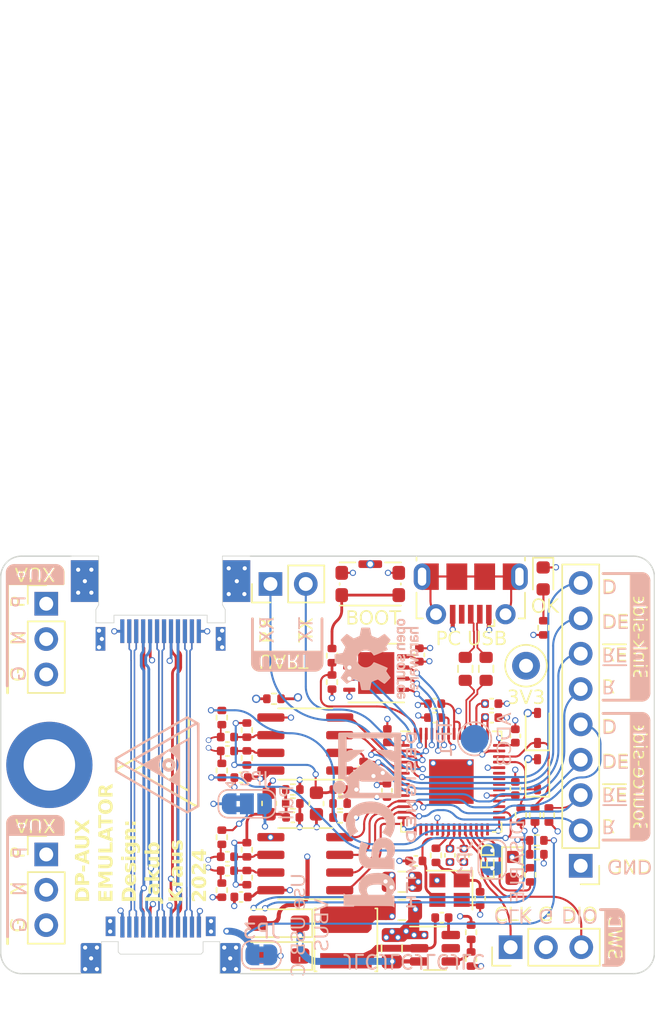
<source format=kicad_pcb>
(kicad_pcb (version 20221018) (generator pcbnew)
  (layers (0 "F.Cu" signal) (1 "In1.Cu" signal) (2 "In2.Cu" signal) (3 "In3.Cu" signal) (4 "In4.Cu" signal) (31 "B.Cu" signal) (34 "B.Paste" user) (35 "F.Paste" user) (36 "B.SilkS" user "B.Silkscreen") (37 "F.SilkS" user "F.Silkscreen") (38 "B.Mask" user) (39 "F.Mask" user) (44 "Edge.Cuts" user))
  (net 0 "")
  (net 1 "/AUX_a_P")
  (net 2 "/AUX_a_N")
  (net 3 "/V_bias_a")
  (net 4 "GND")
  (net 5 "/AUX_b_P")
  (net 6 "/AUX_b_N")
  (net 7 "/V_bias_b")
  (net 8 "+3V3")
  (net 9 "Net-(D2-A)")
  (net 10 "/VBUS")
  (net 11 "/TX1+")
  (net 12 "/TX1-")
  (net 13 "/CC")
  (net 14 "/D1+")
  (net 15 "/D1-")
  (net 16 "/RX2-")
  (net 17 "/RX2+")
  (net 18 "/TX2+")
  (net 19 "/TX2-")
  (net 20 "/VCONN")
  (net 21 "/D2+")
  (net 22 "/D2-")
  (net 23 "/RX1-")
  (net 24 "/RX1+")
  (net 25 "/AUX_b_R")
  (net 26 "/AUX_b_~{RE}")
  (net 27 "/AUX_b_DE")
  (net 28 "/AUX_b_D")
  (net 29 "/AUX_a_R")
  (net 30 "/AUX_a_~{RE}")
  (net 31 "/AUX_a_DE")
  (net 32 "/AUX_a_D")
  (net 33 "/12V_VBUS")
  (net 34 "+1V1")
  (net 35 "/SWCLK")
  (net 36 "/SWDIO")
  (net 37 "Net-(D7-A)")
  (net 38 "/a_P_termination")
  (net 39 "/a_N_termination")
  (net 40 "/1.09V")
  (net 41 "/bUSB_D-")
  (net 42 "/bUSB_D+")
  (net 43 "/USB_D-")
  (net 44 "/USB_D+")
  (net 45 "Net-(U2-XIN)")
  (net 46 "Net-(C3-Pad2)")
  (net 47 "Net-(U3-A)")
  (net 48 "Net-(U3-B)")
  (net 49 "Net-(D4-K)")
  (net 50 "Net-(U5-A)")
  (net 51 "Net-(U5-B)")
  (net 52 "Net-(D5-A)")
  (net 54 "unconnected-(J1-Shield-Pad6)")
  (net 55 "/UART_RX")
  (net 56 "/UART_TX")
  (net 57 "Net-(JP1-A)")
  (net 58 "Net-(JP2-C)")
  (net 59 "Net-(U1-~{CS})")
  (net 60 "Net-(R2-Pad1)")
  (net 61 "Net-(U2-XOUT)")
  (net 62 "Net-(U1-DO(IO1))")
  (net 63 "Net-(U1-IO2)")
  (net 64 "Net-(U1-DI(IO0))")
  (net 65 "Net-(U1-CLK)")
  (net 66 "Net-(U1-IO3)")
  (net 80 "Net-(D1-K)")
  (net 81 "Net-(U2-GPIO29_ADC3)")
  (net 82 "/GP16")
  (net 83 "Net-(D3-K)")
  (net 84 "Net-(U6-BOOT)")
  (net 85 "Net-(U6-SW)")
  (net 86 "Net-(U6-FB)")
  (footprint "Resistor_SMD:R_0402_1005Metric" (layer "F.Cu") (at 116.57 161.9 90)
    (fp_text reference "R6" hide)
    (fp_text value "510R" hide)
  )
  (footprint "Connector_PinHeader_2.54mm:PinHeader_1x09_P2.54mm_Vertical" (layer "F.Cu") (at 120.2 161.25 180)
    (fp_text reference "J6" hide)
    (fp_text value "DEBUG HEADER" hide)
  )
  (footprint "LED_SMD:LED_0603_1608Metric" (layer "F.Cu") (at 115.27 161.4 -90)
    (fp_text reference "D2" hide)
    (fp_text value "Blue" hide)
  )
  (footprint "Capacitor_SMD:C_0402_1005Metric" (layer "F.Cu") (at 112.97 163.6 90)
    (fp_text reference "C3" hide)
    (fp_text value "15pF" hide)
  )
  (footprint "Capacitor_SMD:C_0402_1005Metric" (layer "F.Cu") (at 115.5 151.92 90)
    (fp_text reference "C11" hide)
    (fp_text value "100n" hide)
  )
  (footprint "Resistor_SMD:R_0402_1005Metric" (layer "F.Cu") (at 109.795 160.5 90)
    (fp_text reference "R5" hide)
    (fp_text value "1K" hide)
  )
  (footprint "Capacitor_SMD:C_0402_1005Metric" (layer "F.Cu") (at 94.8 160.6)
    (fp_text reference "C15" hide)
    (fp_text value "100n" hide)
  )
  (footprint "Capacitor_SMD:C_0805_2012Metric" (layer "F.Cu") (at 107.345 162.4)
    (fp_text reference "C28" hide)
    (fp_text value "22u" hide)
  )
  (footprint "Resistor_SMD:R_0402_1005Metric" (layer "F.Cu") (at 117.045 160.425 180)
    (fp_text reference "R10" hide)
    (fp_text value "1K" hide)
  )
  (footprint "TestPoint:TestPoint_Loop_D1.80mm_Drill1.0mm_Beaded" (layer "F.Cu") (at 116.27 146.875)
    (fp_text reference "TP3" hide)
    (fp_text value "TestPoint" hide)
  )
  (footprint "Inductor_SMD:L_Sunlord_SWPA4018S" (layer "F.Cu") (at 103.32 166.575 90)
    (fp_text reference "L1" hide)
    (fp_text value "15u" hide)
  )
  (footprint "Capacitor_SMD:C_0402_1005Metric" (layer "F.Cu") (at 108.6 146.1 90)
    (fp_text reference "C1" hide)
    (fp_text value "100n" hide)
  )
  (footprint "Resistor_SMD:R_0402_1005Metric" (layer "F.Cu") (at 102.9 157.775 180)
    (fp_text reference "R24" hide)
    (fp_text value "3K3" hide)
  )
  (footprint "Crystal:Crystal_SMD_2520-4Pin_2.5x2.0mm" (layer "F.Cu") (at 110.77 163 180)
    (fp_text reference "Y1" hide)
    (fp_text value "12MHz 12pF")
  )
  (footprint "Libraries:iVRy logo 8mm_silk" (layer "F.Cu") (at 90.5 154 90)
    (fp_text reference "G***" hide)
    (fp_text value "LOGO" hide)
  )
  (footprint "Resistor_SMD:R_0402_1005Metric" (layer "F.Cu") (at 102.319999 146.147488 -90)
    (fp_text reference "R2" hide)
    (fp_text value "1K" hide)
  )
  (footprint "LED_SMD:LED_0603_1608Metric" (layer "F.Cu") (at 117.5 140.6 -90)
    (fp_text reference "D7" hide)
    (fp_text value "Blue" hide)
  )
  (footprint "Package_SO:SOIC-8_3.9x4.9mm_P1.27mm" (layer "F.Cu") (at 100.4 152.5 180)
    (fp_text reference "U5" hide)
    (fp_text value "SN65MLVD200A" hide)
  )
  (footprint "Resistor_SMD:R_0402_1005Metric" (layer "F.Cu") (at 112.32 167.95 -90)
    (fp_text reference "R27" hide)
    (fp_text value "22K" hide)
  )
  (footprint "Resistor_SMD:R_0402_1005Metric" (layer "F.Cu") (at 94.4 150.6 90)
    (fp_text reference "R22" hide)
    (fp_text value "100K" hide)
  )
  (footprint "Resistor_SMD:R_0402_1005Metric" (layer "F.Cu") (at 94.4 163 90)
    (fp_text reference "R12" hide)
    (fp_text value "1M" hide)
  )
  (footprint "Capacitor_SMD:C_0402_1005Metric" (layer "F.Cu") (at 106.3 151.9 90)
    (fp_text reference "C8" hide)
    (fp_text value "1uF" hide)
  )
  (footprint "Resistor_SMD:R_0402_1005Metric" (layer "F.Cu") (at 96.2 153.5 90)
    (fp_text reference "R21" hide)
    (fp_text value "51R" hide)
  )
  (footprint "Capacitor_SMD:C_0805_2012Metric" (layer "F.Cu") (at 107.345 164.425)
    (fp_text reference "C27" hide)
    (fp_text value "22u" hide)
  )
  (footprint "Capacitor_SMD:C_0603_1608Metric" (layer "F.Cu") (at 101.2 156.775 -90)
    (fp_text reference "C25" hide)
    (fp_text value "10u" hide)
  )
  (footprint "Capacitor_SMD:C_0402_1005Metric" (layer "F.Cu") (at 99.5 157.77)
    (fp_text reference "C14" hide)
    (fp_text value "100n" hide)
  )
  (footprint "Capacitor_SMD:C_0402_1005Metric" (layer "F.Cu") (at 113.8 150.6)
    (fp_text reference "C7" hide)
    (fp_text value "1uF" hide)
  )
  (footprint "Capacitor_SMD:C_0402_1005Metric" (layer "F.Cu") (at 115.5 155.7 90)
    (fp_text reference "C12" hide)
    (fp_text value "100n" hide)
  )
  (footprint "USB-C_for_0.2:D_SOD-123FL" (layer "F.Cu") (at 98.495 165.375 180)
    (fp_text reference "D4" hide)
    (fp_text value "SS14" hide)
  )
  (footprint "Package_TO_SOT_SMD:SOT-23-6" (layer "F.Cu") (at 109.72 167.175)
    (fp_text reference "U6" hide)
    (fp_text value "TPS54202DDC" hide)
  )
  (footprint "Capacitor_SMD:C_0805_2012Metric" (layer "F.Cu") (at 106.62 167.175 90)
    (fp_text reference "C26" hide)
    (fp_text value "10u" hide)
  )
  (footprint "Connector_PinHeader_2.54mm:PinHeader_1x02_P2.54mm_Vertical" (layer "F.Cu") (at 97.895 141 90)
    (fp_text reference "J3" hide)
    (fp_text value "UART" hide)
  )
  (footprint "Connector_PinHeader_2.54mm:PinHeader_1x03_P2.54mm_Vertical" (layer "F.Cu") (at 81.775 142.42)
    (fp_text reference "J7" hide)
    (fp_text value "DP-AUX" hide)
  )
  (footprint "Capacitor_SMD:C_0402_1005Metric" (layer "F.Cu") (at 111.8 160.5 -90)
    (fp_text reference "C4" hide)
    (fp_text value "100n" hide)
  )
  (footprint "Capacitor_SMD:C_0402_1005Metric" (layer "F.Cu") (at 108.345 160.9)
    (fp_text reference "C2" hide)
    (fp_text value "15pF" hide)
  )
  (footprint "Resistor_SMD:R_0402_1005Metric" (layer "F.Cu") (at 115.895 157.6 -90)
    (fp_text reference "R7" hide)
    (fp_text value "10K" hide)
  )
  (footprint "Capacitor_SMD:C_0402_1005Metric" (layer "F.Cu") (at 109.7 149.6 180)
    (fp_text reference "C13" hide)
    (fp_text value "100n" hide)
  )
  (footprint "M2nutV2:M2 solder nut" (layer "F.Cu") (at 82 154)
    (fp_text reference "H1" hide)
    (fp_text value "M2_SMTSO2010CTJ" hide)
  )
  (footprint "Resistor_SMD:R_0402_1005Metric" (layer "F.Cu") (at 104.6 154.2625 -90)
    (fp_text reference "R18" hide)
    (fp_text value "10K" hide)
  )
  (footprint "Resistor_SMD:R_0402_1005Metric" (layer "F.Cu") (at 117.52 144.15 90)
    (fp_text reference "R19" hide)
    (fp_text value "510R" hide)
  )
  (footprint "Capacitor_SMD:C_0402_1005Metric" (layer "F.Cu") (at 110.22 164.975 180)
    (fp_text reference "C19" hide)
    (fp_text value "100n" hide)
  )
  (footprint "Capacitor_SMD:C_0402_1005Metric" (layer "F.Cu") (at 94.8 161.6)
    (fp_text reference "C16" hide)
    (fp_text value "100n" hide)
  )
  (footprint "USB-C_for_0.2:D_SOD-123FL" (layer "F.Cu") (at 98.495 167.73 180)
    (fp_text reference "D5" hide)
    (fp_text value "SS14" hide)
  )
  (footprint "USB-C_for_0.3:D_SOD-323 Panjit" (layer "F.Cu") (at 117.095 151.345 90)
    (fp_text reference "D3" hide)
    (fp_text value "BZT52-C4V3S")
  )
  (footprint "Resistor_SMD:R_0402_1005Metric" (layer "F.Cu") (at 117.045 159.425001)
    (fp_text reference "R9" hide)
    (fp_text value "10K" hide)
  )
  (footprint "Capacitor_SMD:C_0402_1005Metric" (layer "F.Cu") (at 106.27 155.825 90)
    (fp_text reference "C10" hide)
    (fp_text value "100n" hide)
  )
  (footprint "Resistor_SMD:R_0402_1005Metric" (layer "F.Cu") (at 99.5 155.77 180)
    (fp_text reference "R15" hide)
    (fp_text value "3K3" hide)
  )
  (footprint "Resistor_SMD:R_0402_1005Metric" (layer "F.Cu") (at 94.4 154.4 90)
    (fp_text reference "R23" hide)
    (fp_text value "100K" hide)
  )
  (footprint "Resistor_SMD:R_0402_1005Metric" (layer "F.Cu") (at 96.2 162.1 90)
    (fp_text reference "R14" hide)
    (fp_text value "51R" hide)
  )
  (footprint "Connector_PinHeader_2.54mm:PinHeader_1x03_P2.54mm_Vertical" (layer "F.Cu") (at 81.775 160.435)
    (fp_text reference "J5" hide)
    (fp_text value "DP-AUX" hide)
  )
  (footprint "Resistor_SMD:R_0603_1608Metric" (layer "F.Cu") (at 113.4 147.1 -90)
    (fp_text reference "R4" hide)
    (fp_text value "27R" hide)
  )
  (footprint "Capacitor_SMD:C_0402_1005Metric" (layer "F.Cu") (at 94.8 152)
    (fp_text reference "C23" hide)
    (fp_text value "100n" hide)
  )
  (footprint "USB-C_for_0.3:D_SOD-323 Panjit" (layer "F.Cu") (at 117.095 154.675 90)
    (fp_text reference "D1" hide)
    (fp_text value "BZT52-C4V3S")
  )
  (footprint "Capacitor_SMD:C_0402_1005Metric" (layer "F.Cu") (at 95.78 163.49 180)
    (fp_text reference "C18" hide)
    (fp_text value "100n" hide)
  )
  (footprint "Package_SO:SOIC-8_3.9x4.9mm_P1.27mm" (layer "F.Cu") (at 100.4 161.1 180)
    (fp_text reference "U3" hide)
    (fp_text value "SN65MLVD200A" hide)
  )
  (footprint "Resistor_SMD:R_0402_1005Metric" (layer "F.Cu") (at 96.2 160.1 90)
    (fp_text reference "R13" hide)
    (fp_text value "51R" hide)
  )
  (footprint "Capacitor_SMD:C_0402_1005Metric" (layer "F.Cu") (at 102.9 155.775)
    (fp_text reference "C22" hide)
    (fp_text value "100n" hide)
  )
  (footprint "Package_DFN_QFN:QFN-56-1EP_7x7mm_P0.4mm_EP3.2x3.2mm" (layer "F.Cu") (at 110.9 155.2)
    (fp_text reference "U2" hide)
    (fp_text value "RP2040" hide)
  )
  (footprint "USB-C_for_0.3:USB_C_Straddle_Socket" (layer "F.Cu") (at 90 139 180)
    (fp_text reference "J8" hide)
    (fp_text value "USB_C_Receptacle")
    (fp_line (start -4.643377 -3.843377) (end -4.643377 -4.793377) (stroke (width 0.05)) (layer "Edge.Cuts"))
    (fp_line (start -4.443377 -3.493377) (end -4.643377 -3.843377) (stroke (width 0.05)) (layer "Edge.Cuts"))
    (fp_line (start -4.443377 -3.493377) (end -4.443377 0.006623) (stroke (width 0.05)) (layer "Edge.Cuts"))
    (fp_line (start -4.443377 0.006623) (end -6.443377 0.006623) (stroke (width 0.05)) (layer "Edge.Cuts"))
    (fp_line (start -3.343377 -4.793377) (end -4.643377 -4.793377) (stroke (width 0.05)) (layer "Edge.Cuts"))
    (fp_line (start -3.343377 -4.243377) (end -3.343377 -4.793377) (stroke (width 0.05)) (layer "Edge.Cuts"))
    (fp_line (start 3.356623 -4.793377) (end 4.656623 -4.793377) (stroke (width 0.05)) (layer "Edge.Cuts"))
    (fp_line (start 3.356623 -4.243377) (end -3.343377 -4.243377) (stroke (width 0.05)) (layer "Edge.Cuts"))
    (fp_line (start 3.356623 -4.243377) (end 3.356623 -4.793377) (stroke (width 0.05)) (layer "Edge.Cuts"))
    (fp_line (start 4.456623 -3.493377) (end 4.456623 0.006623) (stroke (width 0.05)) (layer "Edge.Cuts"))
    (fp_line (start 4.456623 -3.493377) (end 4.656623 -3.843377) (stroke (width 0.05)) (layer "Edge.Cuts"))
    (fp_line (start 4.456623 0.006623) (end 6.456623 0.006623) (stroke (width 0.05)) (layer "Edge.Cuts"))
    (fp_line (start 4.656623 -3.843377) (end 4.656623 -4.793377) (stroke (width 0.05)) (layer "Edge.Cuts"))
  )
  (footprint "Resistor_SMD:R_0402_1005Metric" (layer "F.Cu") (at 94.4 159.2 90)
    (fp_text reference "R11" hide)
    (fp_text value "1M" hide)
  )
  (footprint "Capacitor_SMD:C_0402_1005Metric" (layer "F.Cu") (at 109.7 150.6 180)
    (fp_text reference "C5" hide)
    (fp_text value "100n" hide)
  )
  (footprint "Capacitor_SMD:C_0603_1608Metric" (layer "F.Cu") (at 97.8 156.77 90)
    (fp_text reference "C17" hide)
    (fp_text value "10u" hide)
  )
  (footprint "Capacitor_SMD:C_0402_1005Metric" (layer "F.Cu") (at 113.8 149.6)
    (fp_text reference "C6" hide)
    (fp_text value "1uF" hide)
  )
  (footprint "Capacitor_SMD:C_0402_1005Metric" (layer "F.Cu") (at 94.8 153)
    (fp_text reference "C24" hide)
    (fp_text value "100n" hide)
  )
  (footprint "Resistor_SMD:R_0402_1005Metric" (layer "F.Cu") (at 102.9 156.775)
    (fp_text reference "R25" hide)
    (fp_text value "1K5" hide)
  )
  (footprint "Resistor_SMD:R_0402_1005Metric" (layer "F.Cu") (at 102.32 148.047487 -90)
    (fp_text reference "R1" hide)
    (fp_text value "10K" hide)
  )
  (footprint "USB-C_for_0.3:C&K KMR223GLFG" (layer "F.Cu") (at 105.07 141)
    (fp_text reference "SW1" hide)
    (fp_text value "BOOT")
  )
  (footprint "Connector_PinHeader_2.54mm:PinHeader_1x03_P2.54mm_Vertical" (layer "F.Cu") (at 115.16 167.1 90)
    (fp_text reference "J2" hide)
    (fp_text value "SWD" hide)
  )
  (footprint "Resistor_SMD:R_0402_1005Metric" (layer "F.Cu") (at 117.915 157.6 -90)
    (fp_text reference "R17" hide)
    (fp_text value "10K" hide)
  )
  (footprint "Package_SON:WSON-8-1EP_4x4mm_P0.8mm_EP2.6x3mm" (layer "F.Cu") (at 105.5 147.4)
    (fp_text reference "U1" hide)
    (fp_text value "\nW25Q64JVX" hide)
  )
  (footprint "Capacitor_SMD:C_0402_1005Metric" (layer "F.Cu") (at 110.8 160.5 -90)
    (fp_text reference "C9" hide)
    (fp_text value "1uF" hide)
  )
  (footprint "Capacitor_SMD:C_0402_1005Metric" (layer "F.Cu") (at 95.78 154.91 180)
    (fp_text reference "C21" hide)
    (fp_text value "100n" hide)
  )
  (footprint "Resistor_SMD:R_0402_1005Metric" (layer "F.Cu") (at 99.5 156.77)
    (fp_text reference "R16" hide)
    (fp_text value "1K5" hide)
  )
  (footprint "USB-C_for_0.3:USB_C_VirtualLink_Plug" (layer "F.Cu") (at 90 169)
    (fp_text reference "J4" hide)
    (fp_text value "USB_C_Plug")
    (fp_line (start -4.25 -2.3) (end -4.25 0) (stroke (width 0.05)) (layer "Edge.Cuts"))
    (fp_line (start -4.25 0) (end -5.75 0) (stroke (width 0.05)) (layer "Edge.Cuts"))
    (fp_line (start -3.05 -2.3) (end -4.25 -2.3) (stroke (width 0.05)) (layer "Edge.Cuts"))
    (fp_line (start -3.05 -1.55) (end -3.05 -2.3) (stroke (width 0.05)) (layer "Edge.Cuts"))
    (fp_line (start -3.05 -1.55) (end -2.9 -1.4) (stroke (width 0.05)) (layer "Edge.Cuts"))
    (fp_line (start 2.9 -1.4) (end -2.9 -1.4) (stroke (width 0.05)) (layer "Edge.Cuts"))
    (fp_line (start 3.05 -1.55) (end 2.9 -1.4) (stroke (width 0.05)) (layer "Edge.Cuts"))
    (fp_line (start 3.05 -1.55) (end 3.05 -2.3) (stroke (width 0.05)) (layer "Edge.Cuts"))
    (fp_line (start 4.25 -2.3) (end 3.05 -2.3) (stroke (width 0.05)) (layer "Edge.Cuts"))
    (fp_line (start 4.25 -2.3) (end 4.25 0) (stroke (width 0.05)) (layer "Edge.Cuts"))
    (fp_line (start 4.25 0) (end 5.75 0) (stroke (width 0.05)) (layer "Edge.Cuts"))
  )
  (footprint "Resistor_SMD:R_0402_1005Metric" (layer "F.Cu") (at 96.2 151.5 90)
    (fp_text reference "R20" hide)
    (fp_text value "51R" hide)
  )
  (footprint "Resistor_SMD:R_0603_1608Metric" (layer "F.Cu") (at 111.9 147.1 -90)
    (fp_text reference "R3" hide)
    (fp_text value "27R" hide)
  )
  (footprint "Connector_USB:USB_Micro-B_Molex-105017-0001" (layer "F.Cu") (at 112.295 141.7125 180)
    (fp_text reference "J1" hide)
    (fp_text value "USB_B_Micro")
  )
  (footprint "Resistor_SMD:R_0402_1005Metric" (layer "F.Cu") (at 116.915 157.6 -90)
    (fp_text reference "R8" hide)
    (fp_text value "10K" hide)
  )
  (footprint "Resistor_SMD:R_0402_1005Metric" (layer "F.Cu") (at 112.32 166.025 -90)
    (fp_text reference "R26" hide)
    (fp_text value "100K" hide)
  )
  (footprint "Resistor_SMD:R_0402_1005Metric" (layer "F.Cu") (at 98.145 149.25)
    (fp_text reference "R28" hide)
    (fp_text value "10K")
  )
  (footprint "Jumper:SolderJumper-2_P1.3mm_Open_RoundedPad1.0x1.5mm" (layer "B.Cu") (at 113.845 160.8 -90)
    (fp_text reference "JP1")
    (fp_text value "Disable" hide)
  )
  (footprint "Jumper:SolderJumper-2_P1.3mm_Bridged2Bar_RoundedPad1.0x1.5mm" (layer "B.Cu") (at 97.245 167.65 180)
    (fp_text reference "JP3")
    (fp_text value "SolderJumper_2_Closed")
  )
  (footprint "Libraries:iVRy logo 8mm_silk" (layer "B.Cu") (at 90.495272 154.000258 -90)
    (fp_text reference "G***" hide)
    (fp_text value "LOGO" hide)
  )
  (footprint "Symbol:KiCad-Logo2_5mm_SilkScreen" (layer "B.Cu") (at 105.37 157.95 -90)
    (fp_text reference "REF**" hide)
    (fp_text value "KiCad-Logo2_5mm_SilkScreen" hide)
  )
  (footprint "TestPoint:TestPoint_Pad_D2.0mm" (layer "B.Cu") (at 112.57 152.125 180)
    (fp_text reference "TP1")
    (fp_text value "TestPoint" hide)
  )
  (footprint "Symbol:OSHW-Logo_5.7x6mm_SilkScreen" (layer "B.Cu") (at 105.52 146.375 -90)
    (fp_text reference "REF**" hide)
    (fp_text value "OSHW-Logo_5.7x6mm_SilkScreen" hide)
  )
  (footprint "Jumper:SolderJumper-3_P1.3mm_Bridged2Bar12_RoundedPad1.0x1.5mm" (layer "B.Cu") (at 96.2 156.795)
    (fp_text reference "JP2" hide)
    (fp_text value "SolderJumper_3_Bridged12" hide)
  )
  (gr_line (start 124.60962 150.300001) (end 121.80962 150.300001) (stroke (width 0.2)) (layer "B.SilkS"))
  (gr_line (start 124.60962 149.349999) (end 121.80962 149.349999) (stroke (width 0.2)) (layer "B.SilkS"))
  (gr_line (start 123.80962 148.85) (end 123.80962 140.75) (stroke (width 0.15)) (layer "B.SilkS"))
  (gr_poly (pts (xy 123.80962 151.1) (xy 125.10962 151.1) (xy 125.10962 150.7) (xy 124.60962 150.3) (xy 123.80962 150.3)) (stroke (width 0.15)) (fill solid) (layer "B.SilkS"))
  (gr_line (start 124.60962 159.399999) (end 121.80962 159.399999) (stroke (width 0.2)) (layer "B.SilkS"))
  (gr_poly (pts (xy 122 164.400001) (xy 122.8 164.400001) (xy 123.3 164.9) (xy 122 164.9)) (stroke (width 0.15)) (fill solid) (layer "B.SilkS"))
  (gr_arc (start 78.995 158.2) (mid 79.141447 157.846447) (end 79.495 157.7) (stroke (width 0.2)) (layer "B.SilkS"))
  (gr_poly (pts (xy 122 168) (xy 122 168.399999) (xy 122.8 168.4) (xy 123.3 167.9)) (stroke (width 0.15)) (fill solid) (layer "B.SilkS"))
  (gr_line (start 82.495 157.7) (end 79.495 157.7) (stroke (width 0.2)) (layer "B.SilkS"))
  (gr_poly (pts (xy 97.1 145.9) (xy 97.1 147.2) (xy 96.6 146.7) (xy 96.6 145.9)) (stroke (width 0.15)) (fill solid) (layer "B.SilkS"))
  (gr_line (start 125.10962 158.9) (end 125.10962 150.8) (stroke (width 0.2)) (layer "B.SilkS"))
  (gr_line (start 123.80962 158.9) (end 123.80962 150.8) (stroke (width 0.15)) (layer "B.SilkS"))
  (gr_line (start 82.994998 158.2) (end 82.994999 159) (stroke (width 0.2)) (layer "B.SilkS"))
  (gr_line (start 78.995002 158.2) (end 78.995002 166.35) (stroke (width 0.2)) (layer "B.SilkS"))
  (gr_line (start 123.3 167.9) (end 123.3 164.9) (stroke (width 0.2)) (layer "B.SilkS"))
  (gr_line (start 122 164.400001) (end 122 168.399999) (stroke (width 0.2)) (layer "B.SilkS"))
  (gr_poly (pts (xy 78.970001 140.97) (xy 78.970002 140.17) (xy 79.47 139.67) (xy 79.47 140.97)) (stroke (width 0.15)) (fill solid) (layer "B.SilkS"))
  (gr_line (start 78.970001 140.97) (end 82.969999 140.97) (stroke (width 0.2)) (layer "B.SilkS"))
  (gr_poly (pts (xy 96.6 145.9) (xy 101.6 145.9) (xy 101.6 146.7) (xy 101.1 147.2) (xy 97.1 147.2) (xy 96.6 146.7)) (stroke (width 0.2)) (fill none) (layer "B.SilkS"))
  (gr_poly (pts (xy 100.7 145.9) (xy 100.7 147.2) (xy 101.1 147.2) (xy 101.6 146.7) (xy 101.6 145.9)) (stroke (width 0.15)) (fill solid) (layer "B.SilkS"))
  (gr_line (start 78.995001 159) (end 82.994999 159) (stroke (width 0.2)) (layer "B.SilkS"))
  (gr_arc (start 101.6 146.7) (mid 101.453553 147.053553) (end 101.1 147.2) (stroke (width 0.2)) (layer "B.SilkS"))
  (gr_line (start 82.47 139.67) (end 79.47 139.67) (stroke (width 0.2)) (layer "B.SilkS"))
  (gr_arc (start 125.10962 158.9) (mid 124.963173 159.253553) (end 124.60962 159.4) (stroke (width 0.2)) (layer "B.SilkS"))
  (gr_arc (start 78.97 140.17) (mid 79.116447 139.816447) (end 79.47 139.67) (stroke (width 0.2)) (layer "B.SilkS"))
  (gr_arc (start 122.8 164.4) (mid 123.153553 164.546447) (end 123.3 164.9) (stroke (width 0.2)) (layer "B.SilkS"))
  (gr_arc (start 82.495 157.7) (mid 82.848553 157.846447) (end 82.995 158.2) (stroke (width 0.2)) (layer "B.SilkS"))
  (gr_line (start 78.970002 140.17) (end 78.970002 148.325) (stroke (width 0.2)) (layer "B.SilkS"))
  (gr_arc (start 97.1 147.2) (mid 96.746447 147.053553) (end 96.6 146.7) (stroke (width 0.2)) (layer "B.SilkS"))
  (gr_poly (pts (xy 82.495 159) (xy 82.994999 159) (xy 82.995 158.2) (xy 82.495 157.7)) (stroke (width 0.15)) (fill solid) (layer "B.SilkS"))
  (gr_poly (pts (xy 123.80962 158.6) (xy 125.10962 158.6) (xy 125.10962 159) (xy 124.60962 159.4) (xy 123.80962 159.4)) (stroke (width 0.15)) (fill solid) (layer "B.SilkS"))
  (gr_line (start 96.6 146.7) (end 96.6 143.5) (stroke (width 0.2)) (layer "B.SilkS"))
  (gr_line (start 82.969998 140.17) (end 82.969999 140.97) (stroke (width 0.2)) (layer "B.SilkS"))
  (gr_line (start 124.60962 140.250001) (end 121.80962 140.250001) (stroke (width 0.2)) (layer "B.SilkS"))
  (gr_poly (pts (xy 78.995001 159) (xy 78.995002 158.2) (xy 79.495 157.7) (xy 79.495 159)) (stroke (width 0.15)) (fill solid) (layer "B.SilkS"))
  (gr_poly (pts (xy 123.80962 147.75) (xy 125.10962 147.75) (xy 125.10962 148.95) (xy 124.60962 149.35) (xy 123.80962 149.35)) (stroke (width 0.15)) (fill solid) (layer "B.SilkS"))
  (gr_poly (pts (xy 82.47 140.97) (xy 82.969999 140.97) (xy 82.97 140.17) (xy 82.47 139.67)) (stroke (width 0.15)) (fill solid) (layer "B.SilkS"))
  (gr_line (start 125.10962 148.85) (end 125.10962 140.75) (stroke (width 0.2)) (layer "B.SilkS"))
  (gr_arc (start 124.60962 140.25) (mid 124.963173 140.396447) (end 125.10962 140.75) (stroke (width 0.2)) (layer "B.SilkS"))
  (gr_arc (start 82.47 139.67) (mid 82.823553 139.816447) (end 82.97 140.17) (stroke (width 0.2)) (layer "B.SilkS"))
  (gr_line (start 122.8 168.399999) (end 121.82 168.4) (stroke (width 0.2)) (layer "B.SilkS"))
  (gr_arc (start 123.3 167.9) (mid 123.153553 168.253553) (end 122.8 168.4) (stroke (width 0.2)) (layer "B.SilkS"))
  (gr_line (start 101.6 146.7) (end 101.6 143.5) (stroke (width 0.2)) (layer "B.SilkS"))
  (gr_arc (start 125.10962 148.85) (mid 124.963173 149.203553) (end 124.60962 149.35) (stroke (width 0.2)) (layer "B.SilkS"))
  (gr_poly (pts (xy 123.80962 141.85) (xy 125.10962 141.85) (xy 125.10962 140.65) (xy 124.60962 140.25) (xy 123.80962 140.25)) (stroke (width 0.15)) (fill solid) (layer "B.SilkS"))
  (gr_line (start 122.8 164.400001) (end 121.62 164.4) (stroke (width 0.2)) (layer "B.SilkS"))
  (gr_arc (start 124.60962 150.3) (mid 124.963173 150.446447) (end 125.10962 150.8) (stroke (width 0.2)) (layer "B.SilkS"))
  (gr_arc (start 82.495 157.7) (mid 82.848553 157.846447) (end 82.995 158.2) (stroke (width 0.2)) (layer "F.SilkS"))
  (gr_arc (start 125.1 148.85) (mid 124.953553 149.203553) (end 124.6 149.35) (stroke (width 0.2)) (layer "F.SilkS"))
  (gr_line (start 121.8 159.399999) (end 124.6 159.399999) (stroke (width 0.2)) (layer "F.SilkS"))
  (gr_poly (pts (xy 123.8 141.85) (xy 125.1 141.85) (xy 125.1 140.65) (xy 124.6 140.25) (xy 123.8 140.25)) (stroke (width 0.15)) (fill solid) (layer "F.SilkS"))
  (gr_line (start 125.1 140.75) (end 125.1 148.85) (stroke (width 0.2)) (layer "F.SilkS"))
  (gr_line (start 82.994999 140.985) (end 78.995001 140.985) (stroke (width 0.2)) (layer "F.SilkS"))
  (gr_line (start 123.8 150.8) (end 123.8 158.9) (stroke (width 0.15)) (layer "F.SilkS"))
  (gr_arc (start 101.6 146.7) (mid 101.453553 147.053553) (end 101.1 147.2) (stroke (width 0.2)) (layer "F.SilkS"))
  (gr_arc (start 82.495 139.685) (mid 82.848553 139.831447) (end 82.995 140.185) (stroke (width 0.2)) (layer "F.SilkS"))
  (gr_arc (start 125.1 158.9) (mid 124.953553 159.253553) (end 124.6 159.4) (stroke (width 0.2)) (layer "F.SilkS"))
  (gr_poly (pts (xy 97.1 145.9) (xy 97.1 147.2) (xy 96.6 146.7) (xy 96.6 145.9)) (stroke (width 0.15)) (fill solid) (layer "F.SilkS"))
  (gr_line (start 82.994999 159) (end 82.994998 158.2) (stroke (width 0.2)) (layer "F.SilkS"))
  (gr_poly (pts (xy 123.8 158.6) (xy 125.1 158.6) (xy 125.1 159) (xy 124.6 159.4) (xy 123.8 159.4)) (stroke (width 0.15)) (fill solid) (layer "F.SilkS"))
  (gr_poly (pts (xy 78.995001 159) (xy 78.995002 158.2) (xy 79.495 157.7) (xy 79.495 159)) (stroke (width 0.15)) (fill solid) (layer "F.SilkS"))
  (gr_line (start 122 168.399999) (end 122 164.400001) (stroke (width 0.2)) (layer "F.SilkS"))
  (gr_arc (start 78.995 158.2) (mid 79.141447 157.846447) (end 79.495 157.7) (stroke (width 0.2)) (layer "F.SilkS"))
  (gr_line (start 121.8 149.349999) (end 124.6 149.349999) (stroke (width 0.2)) (layer "F.SilkS"))
  (gr_line (start 78.995002 166.85) (end 78.995002 158.2) (stroke (width 0.2)) (layer "F.SilkS"))
  (gr_poly (pts (xy 122 168) (xy 122 168.399999) (xy 122.8 168.4) (xy 123.3 167.9)) (stroke (width 0.15)) (fill solid) (layer "F.SilkS"))
  (gr_line (start 79.495 157.7) (end 82.495 157.7) (stroke (width 0.2)) (layer "F.SilkS"))
  (gr_arc (start 123.3 167.9) (mid 123.153553 168.253553) (end 122.8 168.4) (stroke (width 0.2)) (layer "F.SilkS"))
  (gr_line (start 82.994999 159) (end 78.995001 159) (stroke (width 0.2)) (layer "F.SilkS"))
  (gr_arc (start 78.995 140.185) (mid 79.141447 139.831447) (end 79.495 139.685) (stroke (width 0.2)) (layer "F.SilkS"))
  (gr_poly (pts (xy 100.7 145.9) (xy 100.7 147.2) (xy 101.1 147.2) (xy 101.6 146.7) (xy 101.6 145.9)) (stroke (width 0.15)) (fill solid) (layer "F.SilkS"))
  (gr_line (start 101.6 143.5) (end 101.6 146.7) (stroke (width 0.2)) (layer "F.SilkS"))
  (gr_arc (start 124.6 140.25) (mid 124.953553 140.396447) (end 125.1 140.75) (stroke (width 0.2)) (layer "F.SilkS"))
  (gr_line (start 121.8 150.300001) (end 124.6 150.300001) (stroke (width 0.2)) (layer "F.SilkS"))
  (gr_line (start 82.994999 140.985) (end 82.994998 140.185) (stroke (width 0.2)) (layer "F.SilkS"))
  (gr_poly (pts (xy 123.8 147.75) (xy 125.1 147.75) (xy 125.1 148.95) (xy 124.6 149.35) (xy 123.8 149.35)) (stroke (width 0.15)) (fill solid) (layer "F.SilkS"))
  (gr_arc (start 122.8 164.4) (mid 123.153553 164.546447) (end 123.3 164.9) (stroke (width 0.2)) (layer "F.SilkS"))
  (gr_arc (start 124.6 150.3) (mid 124.953553 150.446447) (end 125.1 150.8) (stroke (width 0.2)) (layer "F.SilkS"))
  (gr_line (start 78.995002 148.825) (end 78.995002 140.185) (stroke (width 0.2)) (layer "F.SilkS"))
  (gr_poly (pts (xy 96.6 145.9) (xy 101.6 145.9) (xy 101.6 146.7) (xy 101.1 147.2) (xy 97.1 147.2) (xy 96.6 146.7)) (stroke (width 0.2)) (fill none) (layer "F.SilkS"))
  (gr_poly (pts (xy 78.995001 140.985) (xy 78.995002 140.185) (xy 79.495 139.685) (xy 79.495 140.985)) (stroke (width 0.15)) (fill solid) (layer "F.SilkS"))
  (gr_line (start 121.62 164.4) (end 122.8 164.400001) (stroke (width 0.2)) (layer "F.SilkS"))
  (gr_line (start 79.495 139.685) (end 82.495 139.685) (stroke (width 0.2)) (layer "F.SilkS"))
  (gr_line (start 121.82 168.4) (end 122.8 168.399999) (stroke (width 0.2)) (layer "F.SilkS"))
  (gr_line (start 121.8 140.250001) (end 124.6 140.250001) (stroke (width 0.2)) (layer "F.SilkS"))
  (gr_line (start 96.6 143.5) (end 96.6 146.7) (stroke (width 0.2)) (layer "F.SilkS"))
  (gr_poly (pts (xy 122 164.400001) (xy 122.8 164.400001) (xy 123.3 164.9) (xy 122 164.9)) (stroke (width 0.15)) (fill solid) (layer "F.SilkS"))
  (gr_poly (pts (xy 82.495 140.985) (xy 82.994999 140.985) (xy 82.995 140.185) (xy 82.495 139.685)) (stroke (width 0.15)) (fill solid) (layer "F.SilkS"))
  (gr_poly (pts (xy 82.495 159) (xy 82.994999 159) (xy 82.995 158.2) (xy 82.495 157.7)) (stroke (width 0.15)) (fill solid) (layer "F.SilkS"))
  (gr_line (start 125.1 150.8) (end 125.1 158.9) (stroke (width 0.2)) (layer "F.SilkS"))
  (gr_arc (start 97.1 147.2) (mid 96.746447 147.053553) (end 96.6 146.7) (stroke (width 0.2)) (layer "F.SilkS"))
  (gr_line (start 123.8 140.75) (end 123.8 148.85) (stroke (width 0.15)) (layer "F.SilkS"))
  (gr_poly (pts (xy 123.8 151.1) (xy 125.1 151.1) (xy 125.1 150.7) (xy 124.6 150.3) (xy 123.8 150.3)) (stroke (width 0.15)) (fill solid) (layer "F.SilkS"))
  (gr_line (start 123.3 164.9) (end 123.3 167.9) (stroke (width 0.2)) (layer "F.SilkS"))
  (gr_line (start 83.55 139) (end 80 139) (stroke (width 0.1)) (layer "Edge.Cuts"))
  (gr_line (start 95.75 169) (end 124 169) (stroke (width 0.1)) (layer "Edge.Cuts"))
  (gr_arc (start 78.5 140.5) (mid 78.93934 139.43934) (end 80 139) (stroke (width 0.1)) (layer "Edge.Cuts"))
  (gr_line (start 78.5 140.5) (end 78.5 167.5) (stroke (width 0.1)) (layer "Edge.Cuts"))
  (gr_arc (start 125.5 167.5) (mid 125.06066 168.56066) (end 124 169) (stroke (width 0.1)) (layer "Edge.Cuts"))
  (gr_line (start 96.45 139) (end 124 139) (stroke (width 0.1)) (layer "Edge.Cuts"))
  (gr_arc (start 124 139) (mid 125.06066 139.43934) (end 125.5 140.5) (stroke (width 0.1)) (layer "Edge.Cuts"))
  (gr_line (start 80 169) (end 84.25 169) (stroke (width 0.1)) (layer "Edge.Cuts"))
  (gr_line (start 125.5 140.5) (end 125.5 167.5) (stroke (width 0.1)) (layer "Edge.Cuts"))
  (gr_arc (start 80 169) (mid 78.93934 168.56066) (end 78.5 167.5) (stroke (width 0.1)) (layer "Edge.Cuts"))
  (gr_text "DISABLE" (at 115.72 160.925 90) (layer "B.SilkS") (effects (font (size 1 1) (thickness 0.125)) (justify mirror)))
  (gr_text "DIO" (at 120.12 164.8 180) (layer "B.SilkS") (effects (font (size 1 1) (thickness 0.125)) (justify mirror)))
  (gr_text "DE" (at 121.72 153.675 180) (layer "B.SilkS") (effects (font (size 1 1) (thickness 0.125)) (justify left mirror)))
  (gr_text "P" (at 79.945 160.3 90) (layer "B.SilkS") (effects (font (size 1 1) (thickness 0.125)) (justify mirror)))
  (gr_text "CLK" (at 115.32 164.8 180) (layer "B.SilkS") (effects (font (size 1 1) (thickness 0.125)) (justify mirror)))
  (gr_text "Sink-side" (at 124.395 144.8 -90) (layer "B.SilkS" knockout) (effects (font (size 1 1) (thickness 0.125)) (justify mirror)))
  (gr_text "D" (at 121.72 141.125 180) (layer "B.SilkS") (effects (font (size 1 1) (thickness 0.125)) (justify left mirror)))
  (gr_text "R" (at 121.72 158.375 180) (layer "B.SilkS") (effects (font (size 1 1) (thickness 0.125)) (justify left mirror)))
  (gr_text "TX" (at 100.5 144.3 90) (layer "B.SilkS") (effects (font (size 1 1) (thickness 0.125)) (justify mirror)))
  (gr_text "G" (at 79.87 147.45 90) (layer "B.SilkS") (effects (font (size 1 1) (thickness 0.125)) (justify mirror)))
  (gr_text "AUX" (at 80.97 140.25 180) (layer "B.SilkS" knockout) (effects (font (size 1 1) (thickness 0.125)) (justify mirror)))
  (gr_text "UART" (at 98.9 146.5 180) (layer "B.SilkS" knockout) (effects (font (size 1 1) (thickness 0.125)) (justify mirror)))
  (gr_text "Pull" (at 99.12 156.725 90) (layer "B.SilkS") (effects (font (size 1 1) (thickness 0.125)) (justify mirror)))
  (gr_text "N" (at 79.945 162.9 90) (layer "B.SilkS") (effects (font (size 1 1) (thickness 0.125)) (justify mirror)))
  (gr_text "Source-side" (at 124.395 154.85 -90) (layer "B.SilkS" knockout) (effects (font (size 1 1) (thickness 0.125)) (justify mirror)))
  (gr_text "D" (at 121.72 151.175 180) (layer "B.SilkS") (effects (font (size 1 1) (thickness 0.125)) (justify left mirror)))
  (gr_text "~{RE}" (at 121.72 156.075 180) (layer "B.SilkS") (effects (font (size 1 1) (thickness 0.125)) (justify left mirror)))
  (gr_text "R" (at 121.72 148.325 180) (layer "B.SilkS") (effects (font (size 1 1) (thickness 0.125)) (justify left mirror)))
  (gr_text "P" (at 79.87 142.25 90) (layer "B.SilkS") (effects (font (size 1 1) (thickness 0.125)) (justify mirror)))
  (gr_text "JP2" (at 96.67 155.05) (layer "B.SilkS") (effects (font (size 1 1) (thickness 0.125)) (justify mirror)))
  (gr_text "~{RE}" (at 121.72 146.025 180) (layer "B.SilkS") (effects (font (size 1 1) (thickness 0.125)) (justify left mirror)))
  (gr_text "RX" (at 97.7 144.3 90) (layer "B.SilkS") (effects (font (size 1 1) (thickness 0.125)) (justify mirror)))
  (gr_text "JLCJLCJLCJLC" (at 102.97 167.525 180) (layer "B.SilkS") (effects (font (size 1 1)) (justify left bottom mirror)))
  (gr_text "G" (at 79.945 165.5 90) (layer "B.SilkS") (effects (font (size 1 1) (thickness 0.125)) (justify mirror)))
  (gr_text "AUX" (at 80.995 158.305 180) (layer "B.SilkS" knockout) (effects (font (size 1 1) (thickness 0.125)) (justify mirror)))
  (gr_text "N" (at 79.87 144.85 90) (layer "B.SilkS") (effects (font (size 1 1) (thickness 0.125)) (justify mirror)))
  (gr_text "ADC3" (at 114.77 152.175 90) (layer "B.SilkS") (effects (font (size 1 1) (thickness 0.125)) (justify mirror)))
  (gr_text "SWD" (at 122.595 166.4 -90) (layer "B.SilkS" knockout) (effects (font (size 1 1) (thickness 0.125)) (justify mirror)))
  (gr_text "DE" (at 121.72 143.625 180) (layer "B.SilkS") (effects (font (size 1 1) (thickness 0.125)) (justify left mirror)))
  (gr_text "G" (at 117.7 164.8 180) (layer "B.SilkS") (effects (font (size 1 1) (thickness 0.125)) (justify mirror)))
  (gr_text "Use USB-C\nVBUS" (at 100.795 165.5 90) (layer "B.SilkS") (effects (font (size 1 1) (thickness 0.125)) (justify mirror)))
  (gr_text "GND" (at 122.12 161.275 180) (layer "B.SilkS") (effects (font (size 1 1) (thickness 0.125)) (justify left mirror)))
  (gr_text "R" (at 121.7 158.5) (layer "F.SilkS") (effects (font (size 1 1) (thickness 0.125)) (justify left)))
  (gr_text "~{RE}" (at 121.7 146.15) (layer "F.SilkS") (effects (font (size 1 1) (thickness 0.125)) (justify left)))
  (gr_text "OK" (at 116.62 142.65) (layer "F.SilkS") (effects (font (size 1 1) (thickness 0.125)) (justify left)))
  (gr_text "D" (at 121.7 141.25) (layer "F.SilkS") (effects (font (size 1 1) (thickness 0.125)) (justify left)))
  (gr_text "P" (at 79.795 142.285 90) (layer "F.SilkS") (effects (font (size 1 1) (thickness 0.125))))
  (gr_text "SWD" (at 122.7 166.4 90) (layer "F.SilkS" knockout) (effects (font (size 1 1) (thickness 0.125))))
  (gr_text "G" (at 117.7 164.8) (layer "F.SilkS") (effects (font (size 1 1) (thickness 0.125))))
  (gr_text "AUX" (at 80.995 140.365) (layer "F.SilkS" knockout) (effects (font (size 1 1) (thickness 0.125))))
  (gr_text "Sink-side" (at 124.5 144.75 90) (layer "F.SilkS" knockout) (effects (font (size 1 1) (thickness 0.125))))
  (gr_text "RX" (at 97.7 144.3 90) (layer "F.SilkS") (effects (font (size 1 1) (thickness 0.125))))
  (gr_text "DE" (at 121.7 153.8) (layer "F.SilkS") (effects (font (size 1 1) (thickness 0.125)) (justify left)))
  (gr_text "G" (at 79.795 165.5 90) (layer "F.SilkS") (effects (font (size 1 1) (thickness 0.125))))
  (gr_text "TX" (at 100.5 144.3 90) (layer "F.SilkS") (effects (font (size 1 1) (thickness 0.125))))
  (gr_text "UART" (at 98.9 146.6) (layer "F.SilkS" knockout) (effects (font (size 1 1) (thickness 0.125))))
  (gr_text "3V3" (at 116.27 149.2) (layer "F.SilkS") (effects (font (size 1 1) (thickness 0.125))))
  (gr_text "G" (at 79.795 147.485 90) (layer "F.SilkS") (effects (font (size 1 1) (thickness 0.125))))
  (gr_text "DP-AUX\nEMULATOR\nDesign:\nJakub\nKraus\n2024" (at 88.645 163.9 90) (layer "F.SilkS") (effects (font (size 1 1) (thickness 0.18) bold) (justify left)))
  (gr_text "N" (at 79.795 144.885 90) (layer "F.SilkS") (effects (font (size 1 1) (thickness 0.125))))
  (gr_text "R" (at 121.7 148.45) (layer "F.SilkS") (effects (font (size 1 1) (thickness 0.125)) (justify left)))
  (gr_text "N" (at 79.795 162.9 90) (layer "F.SilkS") (effects (font (size 1 1) (thickness 0.125))))
  (gr_text "BOOT" (at 103.3 143.5) (layer "F.SilkS") (effects (font (size 1 1) (thickness 0.125)) (justify left)))
  (gr_text "LED" (at 113.595 162.35 90) (layer "F.SilkS") (effects (font (size 1 1) (thickness 0.125)) (justify left)))
  (gr_text "GND" (at 122.1 161.4) (layer "F.SilkS") (effects (font (size 1 1) (thickness 0.125)) (justify left)))
  (gr_text "DE" (at 121.7 143.75) (layer "F.SilkS") (effects (font (size 1 1) (thickness 0.125)) (justify left)))
  (gr_text "PC USB" (at 112.345 144.975) (layer "F.SilkS") (effects (font (size 1 1) (thickness 0.125))))
  (gr_text "DIO" (at 120.12 164.8) (layer "F.SilkS") (effects (font (size 1 1) (thickness 0.125))))
  (gr_text "CLK" (at 115.32 164.8) (layer "F.SilkS") (effects (font (size 1 1) (thickness 0.125))))
  (gr_text "~{RE}" (at 121.7 156.2) (layer "F.SilkS") (effects (font (size 1 1) (thickness 0.125)) (justify left)))
  (gr_text "Source-side" (at 124.5 154.8 90) (layer "F.SilkS" knockout) (effects (font (size 1 1) (thickness 0.125))))
  (gr_text "AUX" (at 80.995 158.38) (layer "F.SilkS" knockout) (effects (font (size 1 1) (thickness 0.125))))
  (gr_text "P" (at 79.795 160.3 90) (layer "F.SilkS") (effects (font (size 1 1) (thickness 0.125))))
  (gr_text "D" (at 121.7 151.3) (layer "F.SilkS") (effects (font (size 1 1) (thickness 0.125)) (justify left)))
  (segment (start 94.32 152) (end 94.32 151.19) (width 0.1252) (layer "F.Cu") (net 1))
  (segment (start 89.25 144.4) (end 89.25 146.166153) (width 0.2) (layer "F.Cu") (net 1))
  (segment (start 94.32 152) (end 93.988198 152) (width 0.1252) (layer "F.Cu") (net 1))
  (via (at 89.38 146.48) (size 0.45) (drill 0.3) (layers "F.Cu" "B.Cu") (net 1))
  (via (at 93.445 152.225) (size 0.4) (drill 0.3) (layers "F.Cu" "B.Cu") (net 1))
  (arc (start 94.32 151.19) (mid 94.343431 151.133431) (end 94.4 151.11) (width 0.1252) (layer "F.Cu") (net 1))
  (arc (start 93.988198 152) (mid 93.694221 152.058475) (end 93.445 152.225) (width 0.1252) (layer "F.Cu") (net 1))
  (arc (start 89.25 146.166153) (mid 89.283785 146.336006) (end 89.38 146.48) (width 0.2) (layer "F.Cu") (net 1))
  (segment (start 94.32 153) (end 94.32 153.81) (width 0.1252) (layer "F.Cu") (net 2))
  (segment (start 94.32 153) (end 93.988198 153) (width 0.1252) (layer "F.Cu") (net 2))
  (via (at 93.445 152.775) (size 0.4) (drill 0.3) (layers "F.Cu" "B.Cu") (net 2))
  (via (at 90.65 146.52) (size 0.45) (drill 0.3) (layers "F.Cu" "B.Cu") (net 2))
  (arc (start 94.32 153.81) (mid 94.343431 153.866569) (end 94.4 153.89) (width 0.1252) (layer "F.Cu") (net 2))
  (arc (start 93.988198 153) (mid 93.694221 152.941524) (end 93.445 152.775) (width 0.1252) (layer "F.Cu") (net 2))
  (segment (start 90.75 144.4) (end 90.75 146.278579) (width 0.2) (layer "B.Cu") (net 2))
  (arc (start 90.75 146.278579) (mid 90.724011 146.409235) (end 90.65 146.52) (width 0.2) (layer "B.Cu") (net 2))
  (segment (start 101.2 156) (end 101.876802 156) (width 0.2) (layer "F.Cu") (net 3))
  (segment (start 96.2 150.99) (end 95.424142 150.99) (width 0.15) (layer "F.Cu") (net 3))
  (segment (start 101.145 154.675) (end 101.145 155.945) (width 0.15) (layer "F.Cu") (net 3))
  (segment (start 96.2 154.01) (end 95.324142 154.01) (width 0.15) (layer "F.Cu") (net 3))
  (segment (start 102.39 157.775) (end 102.39 156.775) (width 0.2) (layer "F.Cu") (net 3))
  (segment (start 102.39 156.775) (end 102.39 155.847426) (width 0.2) (layer "F.Cu") (net 3))
  (via (at 101.145 154.675) (size 0.45) (drill 0.3) (layers "F.Cu" "B.Cu") (net 3))
  (via (at 95.4 151) (size 0.45) (drill 0.3) (layers "F.Cu" "B.Cu") (net 3))
  (via (at 95.3 154) (size 0.45) (drill 0.3) (layers "F.Cu" "B.Cu") (net 3))
  (arc (start 101.876802 156) (mid 102.170779 155.941525) (end 102.42 155.775) (width 0.2) (layer "F.Cu") (net 3))
  (arc (start 101.145 155.945) (mid 101.161109 155.983891) (end 101.2 156) (width 0.15) (layer "F.Cu") (net 3))
  (arc (start 102.39 155.847426) (mid 102.397797 155.80823) (end 102.42 155.775) (width 0.2) (layer "F.Cu") (net 3))
  (arc (start 95.424142 150.99) (mid 95.411077 150.992598) (end 95.4 151) (width 0.15) (layer "F.Cu") (net 3))
  (arc (start 95.324142 154.01) (mid 95.311077 154.007401) (end 95.3 154) (width 0.15) (layer "F.Cu") (net 3))
  (segment (start 95.4 153.758579) (end 95.4 151) (width 0.15) (layer "B.Cu") (net 3))
  (segment (start 95.3 154) (end 100.47 154) (width 0.15) (layer "B.Cu") (net 3))
  (arc (start 100.47 154) (mid 100.947297 154.197703) (end 101.145 154.675) (width 0.15) (layer "B.Cu") (net 3))
  (arc (start 95.3 154) (mid 95.374011 153.889235) (end 95.4 153.758579) (width 0.15) (layer "B.Cu") (net 3))
  (segment (start 117.095 150.265) (end 116.405 150.265) (width 0.15) (layer "F.Cu") (net 4))
  (segment (start 92.75 165.65) (end 92.75 164.668994) (width 0.2) (layer "F.Cu") (net 4))
  (segment (start 109.9 158.6375) (end 109.9 157.812071) (width 0.12) (layer "F.Cu") (net 4))
  (segment (start 95.3 154.91) (end 95.3 155.6) (width 0.2) (layer "F.Cu") (net 4))
  (segment (start 109.22 150.6) (end 108.882132 150.6) (width 0.15) (layer "F.Cu") (net 4))
  (segment (start 112.32 168.46) (end 113.028616 168.46) (width 0.3) (layer "F.Cu") (net 4))
  (segment (start 117.5 139.8125) (end 118.389823 139.8125) (width 0.15) (layer "F.Cu") (net 4))
  (segment (start 117.95 158.11) (end 117.915 158.11) (width 0.15) (layer "F.Cu") (net 4))
  (segment (start 111.645 163.7) (end 112.025 164.08) (width 0.15) (layer "F.Cu") (net 4))
  (segment (start 114.28 149.6) (end 114.895 149.6) (width 0.15) (layer "F.Cu") (net 4))
  (segment (start 97.925 150.595) (end 99.365 150.595) (width 0.15) (layer "F.Cu") (net 4))
  (segment (start 106.3 155.22) (end 106.3 155.2) (width 0.2) (layer "F.Cu") (net 4))
  (segment (start 112.025 164.08) (end 112.97 164.08) (width 0.15) (layer "F.Cu") (net 4))
  (segment (start 115.5 151.44) (end 115.5 150.812071) (width 0.15) (layer "F.Cu") (net 4))
  (segment (start 111 143.1625) (end 111 144.262929) (width 0.3) (layer "F.Cu") (net 4))
  (segment (start 94.4 163.51) (end 93.74 163.51) (width 0.2) (layer "F.Cu") (net 4))
  (segment (start 117.095 153.595) (end 116.44 153.595) (width 0.15) (layer "F.Cu") (net 4))
  (segment (start 92.75 144.4) (end 92.743377 144.393377) (width 0.2) (layer "F.Cu") (net 4))
  (segment (start 95.3 163.49) (end 95.3 164.115858) (width 0.2) (layer "F.Cu") (net 4))
  (segment (start 101.2 157.55) (end 101.2 158.426716) (width 0.2) (layer "F.Cu") (net 4))
  (segment (start 87.236754 144.4) (end 87.243377 144.393377) (width 0.2) (layer "F.Cu") (net 4))
  (segment (start 107.865 160.9) (end 107.17 160.9) (width 0.2) (layer "F.Cu") (net 4))
  (segment (start 104.6 154.7725) (end 105.23361 154.7725) (width 0.2) (layer "F.Cu") (net 4))
  (segment (start 99.98 157.77) (end 99.98 158.46) (width 0.2) (layer "F.Cu") (net 4))
  (segment (start 93.345 144.4) (end 92.75 144.4) (width 0.2) (layer "F.Cu") (net 4))
  (segment (start 103.38 155.775) (end 103.38 156.702574) (width 0.2) (layer "F.Cu") (net 4))
  (segment (start 107.12 140.2) (end 106.345 140.2) (width 0.15) (layer "F.Cu") (net 4))
  (segment (start 106.3 151.42) (end 106.3 150.7) (width 0.15) (layer "F.Cu") (net 4))
  (segment (start 117.555 160.425) (end 117.555 161.050858) (width 0.12) (layer "F.Cu") (net 4))
  (segment (start 103.02 140.2) (end 103.82 140.2) (width 0.15) (layer "F.Cu") (net 4))
  (segment (start 115.495 155.207929) (end 115.495 154.35) (width 0.15) (layer "F.Cu") (net 4))
  (segment (start 109.22 149.6) (end 108.736421 149.6) (width 0.15) (layer "F.Cu") (net 4))
  (segment (start 118.545 158.775) (end 117.95 158.11) (width 0.15) (layer "F.Cu") (net 4))
  (segment (start 103.5625 148.6) (end 103.5625 149.0925) (width 0.15) (layer "F.Cu") (net 4))
  (segment (start 86.67 144.4) (end 87.236754 144.4) (width 0.2) (layer "F.Cu") (net 4))
  (segment (start 87.25 165.65) (end 87.25 164.788847) (width 0.2) (layer "F.Cu") (net 4))
  (segment (start 97.8 155.995) (end 97.8 155.4) (width 0.2) (layer "F.Cu") (net 4))
  (segment (start 114.28 150.6) (end 114.895 150.6) (width 0.15) (layer "F.Cu") (net 4))
  (segment (start 97.635 149.25) (end 96.87 149.25) (width 0.2) (layer "F.Cu") (net 4))
  (segment (start 106.27 155.345) (end 105.798492 155.345) (width 0.2) (layer "F.Cu") (net 4))
  (segment (start 100.01 156.77) (end 100.01 157.697574) (width 0.2) (layer "F.Cu") (net 4))
  (segment (start 108.6 145.62) (end 109.321716 145.62) (width 0.15) (layer "F.Cu") (net 4))
  (segment (start 97.8 155.4) (end 98.07 155.13) (width 0.2) (layer "F.Cu") (net 4))
  (segment (start 112.97 164.08) (end 112.97 164.76) (width 0.15) (layer "F.Cu") (net 4))
  (segment (start 103.38 155.775) (end 104.07 155.775) (width 0.2) (layer "F.Cu") (net 4))
  (via (at 96.87 149.25) (size 0.6) (drill 0.4) (layers "F.Cu" "B.Cu") (net 4))
  (via (at 103.82 140.2) (size 0.45) (drill 0.3) (layers "F.Cu" "B.Cu") (net 4))
  (via (at 116.395 150.275) (size 0.6) (drill 0.4) (layers "F.Cu" "B.Cu") (net 4))
  (via (at 106.345 140.2) (size 0.45) (drill 0.3) (layers "F.Cu" "B.Cu") (net 4))
  (via (at 85.57 145.55) (size 0.45) (drill 0.3) (layers "F.Cu" "B.Cu") (net 4))
  (via (at 85.02 141.625) (size 0.45) (drill 0.3) (layers "F.Cu" "B.Cu") (net 4))
  (via (at 103.57 149.1) (size 0.45) (drill 0.3) (layers "F.Cu" "B.Cu") (net 4))
  (via (at 116.42 153.575) (size 0.6) (drill 0.4) (layers "F.Cu" "B.Cu") (net 4))
  (via (at 95.42 168.675) (size 0.45) (drill 0.3) (layers "F.Cu" "B.Cu") (net 4))
  (via (at 108.32 164.38) (size 0.45) (drill 0.3) (layers "F.Cu" "B.Cu") (net 4))
  (via (at 118.42 139.8) (size 0.45) (drill 0.3) (layers "F.Cu" "B.Cu") (net 4))
  (via (at 109.895 157.8) (size 0.45) (drill 0.3) (layers "F.Cu" "B.Cu") (net 4))
  (via (at 117.545 161.075) (size 0.45) (drill 0.3) (layers "F.Cu" "B.Cu") (net 4))
  (via (at 106.3 150.7) (size 0.45) (drill 0.3) (layers "F.Cu" "B.Cu") (net 4))
  (via (at 104.07 155.775) (size 0.45) (drill 0.3) (layers "F.Cu" "B.Cu") (net 4))
  (via (at 111.8 160.98) (size 0.45) (drill 0.3) (layers "F.Cu" "B.Cu") (net 4))
  (via (at 96.02 141.725) (size 0.45) (drill 0.3) (layers "F.Cu" "B.Cu") (net 4))
  (via (at 110.8 160.98) (size 0.45) (drill 0.3) (layers "F.Cu" "B.Cu") (net 4))
  (via (at 107.65 165.95) (size 0.45) (drill 0.3) (layers "F.Cu" "B.Cu") (net 4))
  (via (at 112.22 153.85) (size 0.45) (drill 0.3) (layers "F.Cu" "B.Cu") (net 4))
  (via (at 114.895 150.6) (size 0.45) (drill 0.3) (layers "F.Cu" "B.Cu") (net 4))
  (via (at 94.42 144.35) (size 0.45) (drill 0.3) (layers "F.Cu" "B.Cu") (net 4))
  (via (at 108.095 162.825) (size 0.45) (drill 0.3) (layers "F.Cu" "B.Cu") (net 4))
  (via (at 109.37 145.6) (size 0.45) (drill 0.3) (layers "F.Cu" "B.Cu") (net 4))
  (via (at 96.045 139.875) (size 0.45) (drill 0.3) (layers "F.Cu" "B.Cu") (net 4))
  (via (at 110.995 144.275) (size 0.45) (drill 0.3) (layers "F.Cu" "B.Cu") (net 4))
  (via (at 86.37 165.225) (size 0.45) (drill 0.3) (layers "F.Cu" "B.Cu") (net 4))
  (via (at 114.895 149.6) (size 0.45) (drill 0.3) (layers "F.Cu" "B.Cu") (net 4))
  (via (at 108.07 161.95) (size 0.45) (drill 0.3) (layers "F.Cu" "B.Cu") (net 4))
  (via (at 95.29 164.14) (size 0.45) (drill 0.3) (layers "F.Cu" "B.Cu") (net 4))
  (via (at 109.87 162.3) (size 0.45) (drill 0.3) (layers "F.Cu" "B.Cu") (net 4))
  (via (at 109.595 153.875) (size 0.45) (drill 0.3) (layers "F.Cu" "B.Cu") (net 4))
  (via (at 94.895 139.875) (size 0.45) (drill 0.3) (layers "F.Cu" "B.Cu") (net 4))
  (via (at 87.12 164.475) (size 0.45) (drill 0.3) (layers "F.Cu" "B.Cu") (net 4))
  (via (at 94.57 167.125) (size 0.45) (drill 0.3) (layers "F.Cu" "B.Cu") (net 4))
  (via (at 95.3 155.6) (size 0.45) (drill 0.3) (layers "F.Cu" "B.Cu") (net 4))
  (via (at 93.62 165.225) (size 0.45) (drill 0.3) (layers "F.Cu" "B.Cu") (net 4))
  (via (at 86.37 165.975) (size 0.45) (drill 0.3) (layers "F.Cu" "B.Cu") (net 4))
  (via (at 118.545 158.775) (size 0.45) (drill 0.3) (layers "F.Cu" "B.Cu") (net 4))
  (via (at 108.495 149.7) (size 0.45) (drill 0.3) (layers "F.Cu" "B.Cu") (net 4))
  (via (at 85.42 168.675) (size 0.45) (drill 0.3) (layers "F.Cu" "B.Cu") (net 4))
  (via (at 98.07 155.13) (size 0.45) (drill 0.3) (layers "F.Cu" "B.Cu") (net 4))
  (via (at 85.77 144.95) (size 0.45) (drill 0.3) (layers "F.Cu" "B.Cu") (net 4))
  (via (at 108.22 166.225) (size 0.45) (drill 0.3) (layers "F.Cu" "B.Cu") (net 4))
  (via (at 108.945 166.225) (size 0.45) (drill 0.3) (layers "F.Cu" "B.Cu") (net 4))
  (via (at 105.07 139.575) (size 0.6) (drill 0.4) (layers "F.Cu" "B.Cu") (net 4))
  (via (at 93.62 165.975) (size 0.45) (drill 0.3) (layers "F.Cu" "B.Cu") (net 4))
  (via (at 112.97 164.76) (size 0.45) (drill 0.3) (layers "F.Cu" "B.Cu") (net 4))
  (via (at 115.27 160.625) (size 0.45) (drill 0.3) (layers "F.Cu" "B.Cu") (net 4))
  (via (at 101.22 158.475) (size 0.45) (drill 0.3) (layers "F.Cu" "B.Cu") (net 4))
  (via (at 84.57 167.125) (size 0.45) (drill 0.3) (layers "F.Cu" "B.Cu") (net 4))
  (via (at 94.22 144.95) (size 0.45) (drill 0.3) (layers "F.Cu" "B.Cu") (net 4))
  (via (at 99.995 158.475) (size 0.45) (drill 0.3) (layers "F.Cu" "B.Cu") (net 4))
  (via (at 113.029999 168.461383) (size 0.45) (drill 0.3) (layers "F.Cu" "B.Cu") (net 4))
  (via (at 106.22 166.4) (size 0.45) (drill 0.3) (layers "F.Cu" "B.Cu") (net 4))
  (via (at 85.57 144.35) (size 0.45) (drill 0.3) (layers "F.Cu" "B.Cu") (net 4))
  (via (at 84.07 141.625) (size 0.45) (drill 0.3) (layers "F.Cu" "B.Cu") (net 4))
  (via (at 93.74 163.51) (size 0.45) (drill 0.3) (layers "F.Cu" "B.Cu") (net 4))
  (via (at 106.64 165.98) (size 0.45) (drill 0.3) (layers "F.Cu" "B.Cu") (net 4))
  (via (at 105.3 154.8) (size 0.45) (drill 0.3) (layers "F.Cu" "B.Cu") (net 4))
  (via (at 97.9 159.2) (size 0.45) (drill 0.3) (layers "F.Cu" "B.Cu") (net 4))
  (via (at 94.895 141.725) (size 0.45) (drill 0.3) (layers "F.Cu" "B.Cu") (net 4))
  (via (at 93.345 144.4) (size 0.45) (drill 0.3) (layers "F.Cu" "B.Cu") (net 4))
  (via (at 105.545 155.45) (size 0.45) (drill 0.3) (layers "F.Cu" "B.Cu") (net 4))
  (via (at 115.495 154.35) (size 0.45) (drill 0.3) (layers "F.Cu" "B.Cu") (net 4))
  (via (at 85 167.9) (size 0.45) (drill 0.3) (layers "F.Cu" "B.Cu") (net 4))
  (via (at 108.52 162.4) (size 0.45) (drill 0.3) (layers "F.Cu" "B.Cu") (net 4))
  (via (at 85.42 167.125) (size 0.45) (drill 0.3) (layers "F.Cu" "B.Cu") (net 4))
  (via (at 93.8 156.8) (size 0.45) (drill 0.3) (layers "F.Cu" "B.Cu") (net 4))
  (via (at 85.02 139.975) (size 0.45) (drill 0.3) (layers "F.Cu" "B.Cu") (net 4))
  (via (at 115.495 150.8) (size 0.45) (drill 0.3) (layers "F.Cu" "B.Cu") (net 4))
  (via (at 84.57 168.675) (size 0.45) (drill 0.3) (layers "F.Cu" "B.Cu") (net 4))
  (via (at 94.57 168.675) (size 0.45) (drill 0.3) (layers "F.Cu" "B.Cu") (net 4))
  (via (at 95.475 140.8) (size 0.45) (drill 0.3) (layers "F.Cu" "B.Cu") (net 4))
  (via (at 92.82 164.5) (size 0.45) (drill 0.3) (layers "F.Cu" "B.Cu") (net 4))
  (via (at 95.42 167.125) (size 0.45) (drill 0.3) (layers "F.Cu" "B.Cu") (net 4))
  (via (at 86.67 144.4) (size 0.45) (drill 0.3) (layers "F.Cu" "B.Cu") (net 4))
  (via (at 107.17 160.9) (size 0.45) (drill 0.3) (layers "F.Cu" "B.Cu") (net 4))
  (via (at 108.52 150.45) (size 0.45) (drill 0.3) (layers "F.Cu" "B.Cu") (net 4))
  (via (at 113.845 161.425) (size 0.45) (drill 0.3) (layers "F.Cu" "B.Cu") (net 4))
  (via (at 84.55 140.8) (size 0.45) (drill 0.3) (layers "F.Cu" "B.Cu") (net 4))
  (via (at 107.06 166.4) (size 0.45) (drill 0.3) (layers "F.Cu" "B.Cu") (net 4))
  (via (at 99.37 150.6) (size 0.45) (drill 0.3) (layers "F.Cu" "B.Cu") (net 4))
  (via (at 95 167.9) (size 0.45) (drill 0.3) (layers "F.Cu" "B.Cu") (net 4))
  (via (at 94.42 145.55) (size 0.45) (drill 0.3) (layers "F.Cu" "B.Cu") (net 4))
  (via (at 84.07 139.975) (size 0.45) (drill 0.3) (layers "F.Cu" "B.Cu") (net 4))
  (arc (start 103.38 156.702574) (mid 103.387796 156.74177) (end 103.41 156.775) (width 0.2) (layer "F.Cu") (net 4))
  (arc (start 113.028616 168.46) (mid 113.029594 168.460405) (end 113.029999 168.461383) (width 0.3) (layer "F.Cu") (net 4))
  (arc (start 95.3 164.115858) (mid 95.297401 164.128923) (end 95.29 164.14) (width 0.2) (layer "F.Cu") (net 4))
  (arc (start 100.01 157.697574) (mid 100.002203 157.73677) (end 99.98 157.77) (width 0.2) (layer "F.Cu") (net 4))
  (arc (start 103.5625 149.0925) (mid 103.564697 149.097803) (end 103.57 149.1) (width 0.15) (layer "F.Cu") (net 4))
  (arc (start 99.365 150.595) (mid 99.368536 150.596464) (end 99.37 150.6) (width 0.15) (layer "F.Cu") (net 4))
  (arc (start 101.2 158.426716) (mid 101.205198 158.452847) (end 101.22 158.475) (width 0.2) (layer "F.Cu") (net 4))
  (arc (start 92.75 164.668994) (mid 92.768193 164.577536) (end 92.82 164.5) (width 0.2) (layer "F.Cu") (net 4))
  (arc (start 109.9 157.812071) (mid 109.898701 157.805539) (end 109.895 157.8) (width 0.12) (layer "F.Cu") (net 4))
  (arc (start 115.5 155.22) (mid 115.4963 155.214462) (end 115.495 155.207929) (width 0.15) (layer "F.Cu") (net 4))
  (arc (start 109.321716 145.62) (mid 109.347847 145.614802) (end 109.37 145.6) (width 0.15) (layer "F.Cu") (net 4))
  (arc (start 116.44 153.595) (mid 116.425858 153.589142) (end 116.42 153.575) (width 0.15) (layer "F.Cu") (net 4))
  (arc (start 108.736421 149.6) (mid 108.605765 149.625989) (end 108.495 149.7) (width 0.15) (layer "F.Cu") (net 4))
  (arc (start 110.8 160.98) (mid 110.796299 160.985538) (end 110.795 160.992071) (width 0.15) (layer "F.Cu") (net 4))
  (arc (start 108.882132 150.6) (mid 108.686148 150.561016) (end 108.52 150.45) (width 0.15) (layer "F.Cu") (net 4))
  (arc (start 105.798492 155.345) (mid 105.661303 155.372288) (end 105.545 155.45) (width 0.2) (layer "F.Cu") (net 4))
  (arc (start 99.98 158.46) (mid 99.984393 158.470607) (end 99.995 158.475) (width 0.2) (layer "F.Cu") (net 4))
  (arc (start 99.98 157.77) (mid 99.994802 157.792153) (end 100 157.818284) (width 0.2) (layer "F.Cu") (net 4))
  (arc (start 116.405 150.265) (mid 116.397929 150.267929) (end 116.395 150.275) (width 0.15) (layer "F.Cu") (net 4))
  (arc (start 118.389823 139.8125) (mid 118.406154 139.809252) (end 118.42 139.8) (width 0.15) (layer "F.Cu") (net 4))
  (arc (start 105.23361 154.7725) (mid 105.26954 154.779647) (end 105.3 154.8) (width 0.2) (layer "F.Cu") (net 4))
  (arc (start 87.25 164.788847) (mid 87.216215 164.618994) (end 87.12 164.475) (width 0.2) (layer "F.Cu") (net 4))
  (arc (start 111 144.262929) (mid 110.998701 144.269461) (end 110.995 144.275) (width 0.3) (layer "F.Cu") (net 4))
  (arc (start 117.555 161.050858) (mid 117.552401 161.063923) (end 117.545 161.075) (width 0.12) (layer "F.Cu") (net 4))
  (arc (start 115.5 150.812071) (mid 115.498701 150.805539) (end 115.495 150.8) (width 0.15) (layer "F.Cu") (net 4))
  (segment (start 92.75 144.4) (end 93.345 144.4) (width 0.2) (layer "B.Cu") (net 4))
  (segment (start 87.25 165.65) (end 87.25 164.788847) (width 0.2) (layer "B.Cu") (net 4))
  (segment (start 93.805 156.795) (end 93.8 156.8) (width 0.2) (layer "B.Cu") (net 4))
  (segment (start 87.25 144.4) (end 86.67 144.4) (width 0.2) (layer "B.Cu") (net 4))
  (segment (start 94.9 156.795) (end 93.805 156.795) (width 0.2) (layer "B.Cu") (net 4))
  (segment (start 92.75 165.65) (end 92.75 164.668994) (width 0.2) (layer "B.Cu") (net 4))
  (arc (start 92.75 164.668994) (mid 92.768193 164.577536) (end 92.82 164.5) (width 0.2) (layer "B.Cu") (net 4))
  (arc (start 87.25 164.788847) (mid 87.216215 164.618994) (end 87.12 164.475) (width 0.2) (layer "B.Cu") (net 4))
  (segment (start 94.32 160.6) (end 94.32 159.79) (width 0.15) (layer "F.Cu") (net 5))
  (segment (start 94.32 160.6) (end 93.963198 160.6) (width 0.15) (layer "F.Cu") (net 5))
  (segment (start 89.25 165.65) (end 89.25 164.470771) (width 0.2) (layer "F.Cu") (net 5))
  (via (at 89.445 164) (size 0.45) (drill 0.3) (layers "F.Cu" "B.Cu") (net 5))
  (via (at 93.42 160.825) (size 0.4) (drill 0.3) (layers "F.Cu" "B.Cu") (net 5))
  (arc (start 94.32 159.79) (mid 94.343431 159.733431) (end 94.4 159.71) (width 0.15) (layer "F.Cu") (net 5))
  (arc (start 89.25 164.470771) (mid 89.300679 164.215992) (end 89.445 164) (width 0.2) (layer "F.Cu") (net 5))
  (arc (start 93.963198 160.6) (mid 93.669221 160.658475) (end 93.42 160.825) (width 0.15) (layer "F.Cu") (net 5))
  (segment (start 94.32 161.6) (end 94.32 162.41) (width 0.15) (layer "F.Cu") (net 6))
  (segment (start 94.32 161.6) (end 93.963198 161.6) (width 0.15) (layer "F.Cu") (net 6))
  (via (at 90.645 164.1) (size 0.45) (drill 0.3) (layers "F.Cu" "B.Cu") (net 6))
  (via (at 93.42 161.375) (size 0.4) (drill 0.3) (layers "F.Cu" "B.Cu") (net 6))
  (arc (start 93.963198 161.6) (mid 93.669221 161.541524) (end 93.42 161.375) (width 0.15) (layer "F.Cu") (net 6))
  (arc (start 94.32 162.41) (mid 94.343431 162.466569) (end 94.4 162.49) (width 0.15) (layer "F.Cu") (net 6))
  (segment (start 90.75 165.65) (end 90.75 164.353492) (width 0.2) (layer "B.Cu") (net 6))
  (arc (start 90.75 164.353492) (mid 90.722712 164.216303) (end 90.645 164.1) (width 0.2) (layer "B.Cu") (net 6))
  (segment (start 98.99 156.77) (end 98.99 155.77) (width 0.2) (layer "F.Cu") (net 7))
  (segment (start 99.02 157.77) (end 99.02 156.842426) (width 0.2) (layer "F.Cu") (net 7))
  (segment (start 96.2 159.59) (end 95.324142 159.59) (width 0.15) (layer "F.Cu") (net 7))
  (segment (start 97.8 157.545) (end 98.476802 157.545) (width 0.2) (layer "F.Cu") (net 7))
  (segment (start 96.2 162.61) (end 95.424142 162.61) (width 0.15) (layer "F.Cu") (net 7))
  (segment (start 97.8 157.545) (end 96.845874 157.545) (width 0.2) (layer "F.Cu") (net 7))
  (segment (start 96.2 159.59) (end 96.2 158.190874) (width 0.2) (layer "F.Cu") (net 7))
  (via (at 95.3 159.6) (size 0.45) (drill 0.3) (layers "F.Cu" "B.Cu") (net 7))
  (via (at 95.4 162.6) (size 0.45) (drill 0.3) (layers "F.Cu" "B.Cu") (net 7))
  (arc (start 95.424142 162.61) (mid 95.411077 162.607401) (end 95.4 162.6) (width 0.15) (layer "F.Cu") (net 7))
  (arc (start 98.476802 157.545) (mid 98.770779 157.603476) (end 99.02 157.77) (width 0.2) (layer "F.Cu") (net 7))
  (arc (start 99.02 156.842426) (mid 99.012204 156.80323) (end 98.99 156.77) (width 0.2) (layer "F.Cu") (net 7))
  (arc (start 96.2 158.190874) (mid 96.389172 157.734172) (end 96.845874 157.545) (width 0.2) (layer "F.Cu") (net 7))
  (arc (start 95.324142 159.59) (mid 95.311077 159.592598) (end 95.3 159.6) (width 0.15) (layer "F.Cu") (net 7))
  (segment (start 95.4 162.6) (end 95.4 159.841421) (width 0.2) (layer "B.Cu") (net 7))
  (arc (start 95.4 159.841421) (mid 95.374011 159.710765) (end 95.3 159.6) (width 0.2) (layer "B.Cu") (net 7))
  (segment (start 110.18 149.6) (end 110.500139 149.6) (width 0.15) (layer "F.Cu") (net 8))
  (segment (start 97.443137 154.886863) (end 97.925 154.405) (width 0.3) (layer "F.Cu") (net 8))
  (segment (start 111.1 150.9) (end 111.1 150.199861) (width 0.15) (layer "F.Cu") (net 8))
  (segment (start 102.32 148.557487) (end 102.32 149.2) (width 0.2) (layer "F.Cu") (net 8))
  (segment (start 111.1 150.9) (end 111.294602 150.9) (width 0.15) (layer "F.Cu") (net 8))
  (segment (start 97.135812 155) (end 97.059987 154.924175) (width 0.15) (layer "F.Cu") (net 8))
  (segment (start 106.395 164.425) (end 106.395 162.4) (width 0.3) (layer "F.Cu") (net 8))
  (segment (start 111.1 158.6375) (end 111.1 159.040442) (width 0.15) (layer "F.Cu") (net 8))
  (segment (start 114.3375 156.2) (end 115.451716 156.2) (width 0.15) (layer "F.Cu") (net 8))
  (segment (start 97.13949 155) (end 97.071063 154.931573) (width 0.3) (layer "F.Cu") (net 8))
  (segment (start 97.197271 154.972729) (end 97.318705 154.972729) (width 0.3) (layer "F.Cu") (net 8))
  (segment (start 117.52 144.66) (end 116.8 144.66) (width 0.15) (layer "F.Cu") (net 8))
  (segment (start 107.4625 156.2) (end 106.475 156.2) (width 0.15) (layer "F.Cu") (net 8))
  (segment (start 96.952721 154.91) (end 96.26 154.91) (width 0.3) (layer "F.Cu") (net 8))
  (segment (start 97.17 155) (end 97.197271 154.972729) (width 0.3) (layer "F.Cu") (net 8))
  (segment (start 112.32 165.515) (end 112.32 165.168652) (width 0.2) (layer "F.Cu") (net 8))
  (segment (start 96.928579 154.9) (end 96.28 154.9) (width 0.15) (layer "F.Cu") (net 8))
  (segment (start 113.345 150.575) (end 113.5 150.78) (width 0.15) (layer "F.Cu") (net 8))
  (segment (start 106.27 156.305) (end 105.557071 156.305) (width 0.15) (layer "F.Cu") (net 8))
  (segment (start 112.031348 164.88) (end 111.53 164.88) (width 0.2) (layer "F.Cu") (net 8))
  (segment (start 106.27 156.3) (end 106.275 156.2) (width 0.15) (layer "F.Cu") (net 8))
  (segment (start 114.3375 156.2) (end 113.445 156.2) (width 0.15) (layer "F.Cu") (net 8))
  (segment (start 97.17 155) (end 97.135812 155) (width 0.15) (layer "F.Cu") (net 8))
  (segment (start 106.475 156.2) (end 106.27 156.3) (width 0.15) (layer "F.Cu") (net 8))
  (segment (start 100.01 155.77) (end 100.01 155.09) (width 0.2) (layer "F.Cu") (net 8))
  (segment (start 114.3375 152.6) (end 114.3375 152.093106) (width 0.15) (layer "F.Cu") (net 8))
  (segment (start 113.5 151.7625) (end 113.5 150.789754) (width 0.15) (layer "F.Cu") (net 8))
  (segment (start 96.26 163.49) (end 96.346655 163.49) (width 0.2) (layer "F.Cu") (net 8))
  (segment (start 107.4625 152.6) (end 107.4625 152.117248) (width 0.15) (layer "F.Cu") (net 8))
  (segment (start 107.4625 152.6) (end 106.831126 152.6) (width 0.15) (layer "F.Cu") (net 8))
  (segment (start 97.17 155) (end 97.13949 155) (width 0.3) (layer "F.Cu") (net 8))
  (segment (start 103.41 157.775) (end 104.045 157.775) (width 0.2) (layer "F.Cu") (net 8))
  (segment (start 111.5 151.7625) (end 111.5 151.105398) (width 0.15) (layer "F.Cu") (net 8))
  (segment (start 110.8 159.764705) (end 110.795 160.025) (width 0.15) (layer "F.Cu") (net 8))
  (segment (start 108.6 146.58) (end 109.247574 146.58) (width 0.15) (layer "F.Cu") (net 8))
  (segment (start 113.32 150.6) (end 113.493103 150.773103) (width 0.15) (layer "F.Cu") (net 8))
  (segment (start 97.517548 163.005) (end 97.925 163.005) (width 0.2) (layer "F.Cu") (net 8))
  (segment (start 110.795 160.025) (end 110.8 160.02) (width 0.15) (layer "F.Cu") (net 8))
  (segment (start 111.1 151.7625) (end 111.1 150.9) (width 0.15) (layer "F.Cu") (net 8))
  (segment (start 99.295 163) (end 97.937071 163) (width 0.2) (layer "F.Cu") (net 8))
  (segment (start 114.3375 152.6) (end 115.017158 152.6) (width 0.15) (layer "F.Cu") (net 8))
  (segment (start 107.4375 146.2) (end 107.682599 146.2) (width 0.15) (layer "F.Cu") (net 8))
  (segment (start 111.091623 150.1) (end 111.359645 150.1) (width 0.15) (layer "F.Cu") (net 8))
  (segment (start 106.275 156.2) (end 106.375 156.2) (width 0.15) (layer "F.Cu") (net 8))
  (segment (start 113.1 151.7625) (end 113.1 150.82) (width 0.15) (layer "F.Cu") (net 8))
  (via (at 114.345 152.075) (size 0.45) (drill 0.3) (layers "F.Cu" "B.Cu") (net 8))
  (via (at 104.045 157.775) (size 0.45) (drill 0.3) (layers "F.Cu" "B.Cu") (net 8))
  (via (at 111.53 164.88) (size 0.45) (drill 0.3) (layers "F.Cu" "B.Cu") (net 8))
  (via (at 97.5 158.42) (size 0.45) (drill 0.3) (layers "F.Cu" "B.Cu") (net 8))
  (via (at 99.995 155.075) (size 0.45) (drill 0.3) (layers "F.Cu" "B.Cu") (net 8))
  (via (at 106.64 164.88) (size 0.45) (drill 0.3) (layers "F.Cu" "B.Cu") (net 8))
  (via (at 102.32 149.2) (size 0.45) (drill 0.3) (layers "F.Cu" "B.Cu") (net 8))
  (via (at 113.445 156.2) (size 0.45) (drill 0.3) (layers "F.Cu" "B.Cu") (net 8))
  (via (at 116.8 144.66) (size 0.45) (drill 0.3) (layers "F.Cu" "B.Cu") (net 8))
  (via (at 99.295 163) (size 0.45) (drill 0.3) (layers "F.Cu" "B.Cu") (net 8))
  (via (at 97.17 155) (size 0.45) (drill 0.3) (layers "F.Cu" "B.Cu") (net 8))
  (via (at 110.795 160.025) (size 0.45) (drill 0.3) (layers "F.Cu" "B.Cu") (net 8))
  (via (at 109.32 146.55) (size 0.45) (drill 0.3) (layers "F.Cu" "B.Cu") (net 8))
  (via (at 106.62 161.925) (size 0.45) (drill 0.3) (layers "F.Cu" "B.Cu") (net 8))
  (via (at 113.345 150.575) (size 0.45) (drill 0.3) (layers "F.Cu" "B.Cu") (net 8))
  (via (at 111.42 150.125) (size 0.45) (drill 0.3) (layers "F.Cu" "B.Cu") (net 8))
  (via (at 105.545 156.3) (size 0.45) (drill 0.3) (layers "F.Cu" "B.Cu") (net 8))
  (via (at 107.445 152.075) (size 0.45) (drill 0.3) (layers "F.Cu" "B.Cu") (net 8))
  (via (at 106.17 162.375) (size 0.45) (drill 0.3) (layers "F.Cu" "B.Cu") (net 8))
  (via (at 106.595 162.8) (size 0.45) (drill 0.3) (layers "F.Cu" "B.Cu") (net 8))
  (arc (start 111.1 150.199861) (mid 110.924305 149.775695) (end 110.500139 149.6) (width 0.15) (layer "F.Cu") (net 8))
  (arc (start 100.01 155.09) (mid 100.005607 155.079393) (end 99.995 155.075) (width 0.2) (layer "F.Cu") (net 8))
  (arc (start 97.059987 154.924175) (mid 96.995188 154.906557) (end 96.928579 154.9) (width 0.15) (layer "F.Cu") (net 8))
  (arc (start 107.4625 152.117248) (mid 107.457952 152.094384) (end 107.445 152.075) (width 0.15) (layer "F.Cu") (net 8))
  (arc (start 96.745 163.325) (mid 97.099447 163.088166) (end 97.517548 163.005) (width 0.2) (layer "F.Cu") (net 8))
  (arc (start 111.359645 150.1) (mid 111.392308 150.106497) (end 111.42 150.125) (width 0.15) (layer "F.Cu") (net 8))
  (arc (start 97.937071 163) (mid 97.930539 163.001299) (end 97.925 163.005) (width 0.2) (layer "F.Cu") (net 8))
  (arc (start 105.557071 156.305) (mid 105.550539 156.303701) (end 105.545 156.3) (width 0.15) (layer "F.Cu") (net 8))
  (arc (start 111.5 151.105398) (mid 111.43984 150.96016) (end 111.294602 150.9) (width 0.15) (layer "F.Cu") (net 8))
  (arc (start 113.1 150.82) (mid 113.164437 150.664437) (end 113.32 150.6) (width 0.15) (layer "F.Cu") (net 8))
  (arc (start 106.375 156.2) (mid 106.300754 156.230754) (end 106.27 156.305) (width 0.15) (layer "F.Cu") (net 8))
  (arc (start 110.92 159.475) (mid 110.831187 159.607917) (end 110.8 159.764705) (width 0.15) (layer "F.Cu") (net 8))
  (arc (start 107.682599 146.2) (mid 108.179092 146.298759) (end 108.6 146.58) (width 0.15) (layer "F.Cu") (net 8))
  (arc (start 115.017158 152.6) (mid 115.27847 152.548022) (end 115.5 152.4) (width 0.15) (layer "F.Cu") (net 8))
  (arc (start 109.247574 146.58) (mid 109.28677 146.572204) (end 109.32 146.55) (width 0.15) (layer "F.Cu") (net 8))
  (arc (start 112.32 165.168652) (mid 112.235456 164.964544) (end 112.031348 164.88) (width 0.2) (layer "F.Cu") (net 8))
  (arc (start 97.318705 154.972729) (mid 97.384601 154.934898) (end 97.443137 154.886863) (width 0.3) (layer "F.Cu") (net 8))
  (arc (start 106.348284 156.2) (mid 106.322153 156.194802) (end 106.3 156.18) (width 0.15) (layer "F.Cu") (net 8))
  (arc (start 96.346655 163.49) (mid 96.562237 163.447118) (end 96.745 163.325) (width 0.2) (layer "F.Cu") (net 8))
  (arc (start 115.451716 156.2) (mid 115.477847 156.194802) (end 115.5 156.18) (width 0.15) (layer "F.Cu") (net 8))
  (arc (start 111.1 159.040442) (mid 111.05322 159.275623) (end 110.92 159.475) (width 0.15) (layer "F.Cu") (net 8))
  (arc (start 114.3375 152.093106) (mid 114.339449 152.083308) (end 114.345 152.075) (width 0.15) (layer "F.Cu") (net 8))
  (arc (start 97.071063 154.931573) (mid 97.012667 154.915908) (end 96.952721 154.91) (width 0.3) (layer "F.Cu") (net 8))
  (arc (start 113.5 150.78) (mid 113.447279 150.652721) (end 113.32 150.6) (width 0.15) (layer "F.Cu") (net 8))
  (arc (start 106.831126 152.6) (mid 106.543683 152.542824) (end 106.3 152.38) (width 0.15) (layer "F.Cu") (net 8))
  (arc (start 113.5 150.789754) (mid 113.498208 150.780743) (end 113.493103 150.773103) (width 0.15) (layer "F.Cu") (net 8))
  (segment (start 97.5 158.42) (end 97.5 156.795) (width 0.2) (layer "B.Cu") (net 8))
  (segment (start 116.127821 161.832179) (end 116.57 161.39) (width 0.12) (layer "F.Cu") (net 9))
  (arc (start 115.27 162.1875) (mid 115.734249 162.095155) (end 116.127821 161.832179) (width 0.12) (layer "F.Cu") (net 9))
  (segment (start 100.56 162.9) (end 100.56 160.61) (width 0.3) (layer "F.Cu") (net 10))
  (segment (start 100.56 163.3) (end 100.56 162.9) (width 0.3) (layer "F.Cu") (net 10))
  (segment (start 99.29 164.07) (end 99.79 164.07) (width 0.3) (layer "F.Cu") (net 10))
  (segment (start 99.77 149.25) (end 98.655 149.25) (width 0.2) (layer "F.Cu") (net 10))
  (segment (start 96.97 165.375) (end 97.985 165.375) (width 0.3) (layer "F.Cu") (net 10))
  (segment (start 113.6 143.1625) (end 113.6 144.251716) (width 0.3) (layer "F.Cu") (net 10))
  (via (at 100.54 160.59) (size 0.45) (drill 0.3) (layers "F.Cu" "B.Cu") (net 10))
  (via (at 99.87 149.15) (size 0.6) (drill 0.4) (layers "F.Cu" "B.Cu") (net 10))
  (via (at 113.62 144.3) (size 0.45) (drill 0.3) (layers "F.Cu" "B.Cu") (net 10))
  (arc (start 99.87 149.15) (mid 99.840711 149.220711) (end 99.77 149.25) (width 0.2) (layer "F.Cu") (net 10))
  (arc (start 97.985 165.375) (mid 98.342089 165.227089) (end 98.49 164.87) (width 0.3) (layer "F.Cu") (net 10))
  (arc (start 99.79 164.07) (mid 100.334472 163.844472) (end 100.56 163.3) (width 0.3) (layer "F.Cu") (net 10))
  (arc (start 98.49 164.87) (mid 98.724315 164.304315) (end 99.29 164.07) (width 0.3) (layer "F.Cu") (net 10))
  (arc (start 100.56 160.61) (mid 100.554142 160.595858) (end 100.54 160.59) (width 0.3) (layer "F.Cu") (net 10))
  (arc (start 113.6 144.251716) (mid 113.605198 144.277847) (end 113.62 144.3) (width 0.3) (layer "F.Cu") (net 10))
  (segment (start 92.243377 145.668378) (end 92.243377 144.393377) (width 0.1107) (layer "F.Cu") (net 11))
  (segment (start 92.25 164.524999) (end 92.12035 164.395349) (width 0.1107) (layer "F.Cu") (net 11))
  (segment (start 92.12035 163.457889) (end 92.113727 163.451266) (width 0.1107) (layer "F.Cu") (net 11))
  (segment (start 92.12035 164.395349) (end 92.12035 163.457889) (width 0.1107) (layer "F.Cu") (net 11))
  (segment (start 92.25 165.65) (end 92.25 164.524999) (width 0.1107) (layer "F.Cu") (net 11))
  (segment (start 92.113727 145.798028) (end 92.243377 145.668378) (width 0.1107) (layer "F.Cu") (net 11))
  (segment (start 92.113727 163.451266) (end 92.113727 145.798028) (width 0.1107) (layer "F.Cu") (net 11))
  (segment (start 91.873027 145.798028) (end 91.743377 145.668378) (width 0.1107) (layer "F.Cu") (net 12))
  (segment (start 91.75 165.65) (end 91.75 164.524999) (width 0.1107) (layer "F.Cu") (net 12))
  (segment (start 91.87965 163.55) (end 91.873027 163.543377) (width 0.1107) (layer "F.Cu") (net 12))
  (segment (start 91.743377 145.668378) (end 91.743377 144.393377) (width 0.1107) (layer "F.Cu") (net 12))
  (segment (start 91.873027 163.543377) (end 91.873027 145.798028) (width 0.1107) (layer "F.Cu") (net 12))
  (segment (start 91.75 164.524999) (end 91.87965 164.395349) (width 0.1107) (layer "F.Cu") (net 12))
  (segment (start 91.87965 164.395349) (end 91.87965 163.55) (width 0.1107) (layer "F.Cu") (net 12))
  (segment (start 91.11 146.397989) (end 91.11 146.822187) (width 0.2) (layer "F.Cu") (net 13))
  (segment (start 90.745 163.123224) (end 90.745 162.18) (width 0.2) (layer "F.Cu") (net 13))
  (segment (start 90.75 144.4) (end 90.75 145.528874) (width 0.2) (layer "F.Cu") (net 13))
  (segment (start 91.095 164.125) (end 91.095 163.968198) (width 0.2) (layer "F.Cu") (net 13))
  (segment (start 115.895 158.495) (end 116.15 158.75) (width 0.15) (layer "F.Cu") (net 13))
  (segment (start 90.85 161.926508) (end 90.85 147.449808) (width 0.2) (layer "F.Cu") (net 13))
  (segment (start 90.87 164.525) (end 90.971256 164.423744) (width 0.2) (layer "F.Cu") (net 13))
  (segment (start 115.895 158.11) (end 115.895 158.495) (width 0.15) (layer "F.Cu") (net 13))
  (segment (start 90.75 165.65) (end 90.75 164.814705) (width 0.2) (layer "F.Cu") (net 13))
  (via (at 116.15 158.75) (size 0.45) (drill 0.3) (layers "F.Cu" "B.Cu") (net 13))
  (via (at 96.69 164.28) (size 0.45) (drill 0.3) (layers "F.Cu" "B.Cu") (net 13))
  (via (at 90.745 162.18) (size 0.45) (drill 0.3) (layers "F.Cu" "B.Cu") (net 13))
  (arc (start 90.971256 164.423744) (mid 91.06284 164.286679) (end 91.095 164.125) (width 0.2) (layer "F.Cu") (net 13))
  (arc (start 90.75 164.814705) (mid 90.781187 164.657918) (end 90.87 164.525) (width 0.2) (layer "F.Cu") (net 13))
  (arc (start 90.85 147.449808) (mid 90.886719 147.265211) (end 90.991338 147.108662) (width 0.2) (layer "F.Cu") (net 13))
  (arc (start 90.745 162.18) (mid 90.822712 162.063697) (end 90.85 161.926508) (width 0.2) (layer "F.Cu") (net 13))
  (arc (start 90.97 146.06) (mid 91.073615 146.21507) (end 91.11 146.397989) (width 0.2) (layer "F.Cu") (net 13))
  (arc (start 91.11 146.822187) (mid 91.079161 146.977226) (end 90.991338 147.108662) (width 0.2) (layer "F.Cu") (net 13))
  (arc (start 91.095 163.968198) (mid 91.036525 163.674221) (end 90.87 163.425) (width 0.2) (layer "F.Cu") (net 13))
  (arc (start 90.87 163.425) (mid 90.777487 163.286544) (end 90.745 163.123224) (width 0.2) (layer "F.Cu") (net 13))
  (arc (start 90.75 145.528874) (mid 90.807176 145.816317) (end 90.97 146.06) (width 0.2) (layer "F.Cu") (net 13))
  (segment (start 101.42 163.5) (end 98.573086 163.5) (width 0.15) (layer "B.Cu") (net 13))
  (segment (start 116.15 158.75) (end 116.15 161.91) (width 0.15) (layer "B.Cu") (net 13))
  (segment (start 114.56 163.5) (end 101.42 163.5) (width 0.15) (layer "B.Cu") (net 13))
  (arc (start 98.573086 163.5) (mid 97.553968 163.702715) (end 96.69 164.28) (width 0.15) (layer "B.Cu") (net 13))
  (arc (start 116.15 161.91) (mid 115.6843 163.0343) (end 114.56 163.5) (width 0.15) (layer "B.Cu") (net 13))
  (segment (start 90.12035 154.131623) (end 90.12035 164.395349) (width 0.1107) (layer "F.Cu") (net 14))
  (segment (start 90.113727 145.798028) (end 90.113727 154.125) (width 0.1107) (layer "F.Cu") (net 14))
  (segment (start 90.25 164.524999) (end 90.25 165.65) (width 0.1107) (layer "F.Cu") (net 14))
  (segment (start 90.12035 164.395349) (end 90.25 164.524999) (width 0.1107) (layer "F.Cu") (net 14))
  (segment (start 90.243377 145.668378) (end 90.113727 145.798028) (width 0.1107) (layer "F.Cu") (net 14))
  (segment (start 90.113727 154.125) (end 90.12035 154.131623) (width 0.1107) (layer "F.Cu") (net 14))
  (segment (start 90.243377 144.393377) (end 90.243377 145.668378) (width 0.1107) (layer "F.Cu") (net 14))
  (segment (start 89.87965 164.395349) (end 89.75 164.524999) (width 0.1107) (layer "F.Cu") (net 15))
  (segment (start 89.873027 154.217111) (end 89.87965 154.223734) (width 0.1107) (layer "F.Cu") (net 15))
  (segment (start 89.743377 145.668378) (end 89.873027 145.798028) (width 0.1107) (layer "F.Cu") (net 15))
  (segment (start 89.743377 144.393377) (end 89.743377 145.668378) (width 0.1107) (layer "F.Cu") (net 15))
  (segment (start 89.873027 145.798028) (end 89.873027 154.217111) (width 0.1107) (layer "F.Cu") (net 15))
  (segment (start 89.87965 154.223734) (end 89.87965 164.395349) (width 0.1107) (layer "F.Cu") (net 15))
  (segment (start 89.75 164.524999) (end 89.75 165.65) (width 0.1107) (layer "F.Cu") (net 15))
  (segment (start 88.12035 164.395349) (end 88.12035 146.407889) (width 0.1107) (layer "F.Cu") (net 16))
  (segment (start 88.25 165.65) (end 88.25 164.524999) (width 0.1107) (layer "F.Cu") (net 16))
  (segment (start 88.113727 146.401266) (end 88.113727 145.798028) (width 0.1107) (layer "F.Cu") (net 16))
  (segment (start 88.12035 146.407889) (end 88.113727 146.401266) (width 0.1107) (layer "F.Cu") (net 16))
  (segment (start 88.25 164.524999) (end 88.12035 164.395349) (width 0.1107) (layer "F.Cu") (net 16))
  (segment (start 88.243377 145.668378) (end 88.243377 144.393377) (width 0.1107) (layer "F.Cu") (net 16))
  (segment (start 88.113727 145.798028) (end 88.243377 145.668378) (width 0.1107) (layer "F.Cu") (net 16))
  (segment (start 87.743377 145.668378) (end 87.743377 144.393377) (width 0.1107) (layer "F.Cu") (net 17))
  (segment (start 87.87965 146.5) (end 87.873027 146.493377) (width 0.1107) (layer "F.Cu") (net 17))
  (segment (start 87.873027 146.493377) (end 87.873027 145.798028) (width 0.1107) (layer "F.Cu") (net 17))
  (segment (start 87.87965 164.395349) (end 87.87965 146.5) (width 0.1107) (layer "F.Cu") (net 17))
  (segment (start 87.873027 145.798028) (end 87.743377 145.668378) (width 0.1107) (layer "F.Cu") (net 17))
  (segment (start 87.75 164.524999) (end 87.87965 164.395349) (width 0.1107) (layer "F.Cu") (net 17))
  (segment (start 87.75 165.65) (end 87.75 164.524999) (width 0.1107) (layer "F.Cu") (net 17))
  (segment (start 87.873027 145.798028) (end 87.873027 163.892111) (width 0.1107) (layer "B.Cu") (net 18))
  (segment (start 87.743377 144.393377) (end 87.743377 145.668378) (width 0.1107) (layer "B.Cu") (net 18))
  (segment (start 87.743377 145.668378) (end 87.873027 145.798028) (width 0.1107) (layer "B.Cu") (net 18))
  (segment (start 87.87965 163.898734) (end 87.87965 164.395349) (width 0.1107) (layer "B.Cu") (net 18))
  (segment (start 87.87965 164.395349) (end 87.75 164.524999) (width 0.1107) (layer "B.Cu") (net 18))
  (segment (start 87.873027 163.892111) (end 87.87965 163.898734) (width 0.1107) (layer "B.Cu") (net 18))
  (segment (start 87.75 164.524999) (end 87.75 165.65) (width 0.1107) (layer "B.Cu") (net 18))
  (segment (start 88.25 164.524999) (end 88.25 165.65) (width 0.1107) (layer "B.Cu") (net 19))
  (segment (start 88.113727 163.8) (end 88.12035 163.806623) (width 0.1107) (layer "B.Cu") (net 19))
  (segment (start 88.243377 144.393377) (end 88.243377 145.668378) (width 0.1107) (layer "B.Cu") (net 19))
  (segment (start 88.243377 145.668378) (end 88.113727 145.798028) (width 0.1107) (layer "B.Cu") (net 19))
  (segment (start 88.113727 145.798028) (end 88.113727 163.8) (width 0.1107) (layer "B.Cu") (net 19))
  (segment (start 88.12035 163.806623) (end 88.12035 164.395349) (width 0.1107) (layer "B.Cu") (net 19))
  (segment (start 88.12035 164.395349) (end 88.25 164.524999) (width 0.1107) (layer "B.Cu") (net 19))
  (segment (start 116.915 158.11) (end 116.915 158.715) (width 0.15) (layer "F.Cu") (net 20))
  (segment (start 116.915 158.715) (end 116.92 158.72) (width 0.15) (layer "F.Cu") (net 20))
  (via (at 116.92 158.72) (size 0.45) (drill 0.3) (layers "F.Cu" "B.Cu") (net 20))
  (via (at 89.3 161.43) (size 0.45) (drill 0.3) (layers "F.Cu" "B.Cu") (net 20))
  (via (at 97.51 164.3) (size 0.45) (drill 0.3) (layers "F.Cu" "B.Cu") (net 20))
  (segment (start 88.93 146.675781) (end 88.93 146.331421) (width 0.2) (layer "B.Cu") (net 20))
  (segment (start 89.15 161.067868) (end 89.15 147.159138) (width 0.2) (layer "B.Cu") (net 20))
  (segment (start 101.29 163.88) (end 98.523969 163.88) (width 0.15) (layer "B.Cu") (net 20))
  (segment (start 89.25 145.558874) (end 89.25 144.4) (width 0.2) (layer "B.Cu") (net 20))
  (segment (start 89.003681 146.853681) (end 89.037502 146.887508) (width 0.2) (layer "B.Cu") (net 20))
  (segment (start 116.92 158.72) (end 116.92 162.334784) (width 0.15) (layer "B.Cu") (net 20))
  (segment (start 89.295 163.048224) (end 89.295 162.7) (width 0.2) (layer "B.Cu") (net 20))
  (segment (start 88.995 163.875) (end 88.995 163.772487) (width 0.2) (layer "B.Cu") (net 20))
  (segment (start 115.374784 163.88) (end 101.29 163.88) (width 0.15) (layer "B.Cu") (net 20))
  (segment (start 88.995 164.228036) (end 88.995 163.875) (width 0.2) (layer "B.Cu") (net 20))
  (segment (start 89.25 165.65) (end 89.25 164.843659) (width 0.2) (layer "B.Cu") (net 20))
  (segment (start 89.295 162.7) (end 89.295 161.442071) (width 0.2) (layer "B.Cu") (net 20))
  (arc (start 89.003681 146.853681) (mid 88.949147 146.772054) (end 88.93 146.675781) (width 0.2) (layer "B.Cu") (net 20))
  (arc (start 89.295 161.442071) (mid 89.296299 161.435539) (end 89.3 161.43) (width 0.2) (layer "B.Cu") (net 20))
  (arc (start 89.03 146.09) (mid 89.192824 145.846317) (end 89.25 145.558874) (width 0.2) (layer "B.Cu") (net 20))
  (arc (start 89.25 164.843659) (mid 89.208236 164.633696) (end 89.089301 164.455698) (width 0.2) (layer "B.Cu") (net 20))
  (arc (start 89.15 147.159138) (mid 89.120763 147.012136) (end 89.037502 146.887508) (width 0.2) (layer "B.Cu") (net 20))
  (arc (start 88.995 163.772487) (mid 89.040481 163.543839) (end 89.17 163.35) (width 0.2) (layer "B.Cu") (net 20))
  (arc (start 89.3 161.43) (mid 89.188984 161.263853) (end 89.15 161.067868) (width 0.2) (layer "B.Cu") (net 20))
  (arc (start 116.92 162.334784) (mid 116.467417 163.427417) (end 115.374784 163.88) (width 0.15) (layer "B.Cu") (net 20))
  (arc (start 98.523969 163.88) (mid 97.975213 163.989154) (end 97.51 164.3) (width 0.15) (layer "B.Cu") (net 20))
  (arc (start 89.17 163.35) (mid 89.262513 163.211544) (end 89.295 163.048224) (width 0.2) (layer "B.Cu") (net 20))
  (arc (start 89.089301 164.455698) (mid 89.019509 164.351246) (end 88.995 164.228036) (width 0.2) (layer "B.Cu") (net 20))
  (arc (start 88.93 146.331421) (mid 88.955989 146.200765) (end 89.03 146.09) (width 0.2) (layer "B.Cu") (net 20))
  (segment (start 89.873027 163.568377) (end 89.873027 145.798028) (width 0.1107) (layer "B.Cu") (net 21))
  (segment (start 89.87965 163.575) (end 89.873027 163.568377) (width 0.1107) (layer "B.Cu") (net 21))
  (segment (start 89.75 165.65) (end 89.75 164.524999) (width 0.1107) (layer "B.Cu") (net 21))
  (segment (start 89.873027 145.798028) (end 89.743377 145.668378) (width 0.1107) (layer "B.Cu") (net 21))
  (segment (start 89.75 164.524999) (end 89.87965 164.395349) (width 0.1107) (layer "B.Cu") (net 21))
  (segment (start 89.87965 164.395349) (end 89.87965 163.575) (width 0.1107) (layer "B.Cu") (net 21))
  (segment (start 89.743377 145.668378) (end 89.743377 144.393377) (width 0.1107) (layer "B.Cu") (net 21))
  (segment (start 90.113727 145.798028) (end 90.243377 145.668378) (width 0.1107) (layer "B.Cu") (net 22))
  (segment (start 90.25 164.524999) (end 90.12035 164.395349) (width 0.1107) (layer "B.Cu") (net 22))
  (segment (start 90.25 165.65) (end 90.25 164.524999) (width 0.1107) (layer "B.Cu") (net 22))
  (segment (start 90.243377 145.668378) (end 90.243377 144.393377) (width 0.1107) (layer "B.Cu") (net 22))
  (segment (start 90.113727 163.476266) (end 90.113727 145.798028) (width 0.1107) (layer "B.Cu") (net 22))
  (segment (start 90.12035 164.395349) (end 90.12035 163.482889) (width 0.1107) (layer "B.Cu") (net 22))
  (segment (start 90.12035 163.482889) (end 90.113727 163.476266) (width 0.1107) (layer "B.Cu") (net 22))
  (segment (start 91.87965 162.798734) (end 91.87965 164.395349) (width 0.1107) (layer "B.Cu") (net 23))
  (segment (start 91.87965 164.395349) (end 91.75 164.524999) (width 0.1107) (layer "B.Cu") (net 23))
  (segment (start 91.873027 145.798028) (end 91.873027 162.792111) (width 0.1107) (layer "B.Cu") (net 23))
  (segment (start 91.743377 144.393377) (end 91.743377 145.668378) (width 0.1107) (layer "B.Cu") (net 23))
  (segment (start 91.75 164.524999) (end 91.75 165.65) (width 0.1107) (layer "B.Cu") (net 23))
  (segment (start 91.743377 145.668378) (end 91.873027 145.798028) (width 0.1107) (layer "B.Cu") (net 23))
  (segment (start 91.873027 162.792111) (end 91.87965 162.798734) (width 0.1107) (layer "B.Cu") (net 23))
  (segment (start 92.243377 144.393377) (end 92.243377 145.668378) (width 0.1107) (layer "B.Cu") (net 24))
  (segment (start 92.25 164.524999) (end 92.25 165.65) (width 0.1107) (layer "B.Cu") (net 24))
  (segment (start 92.243377 145.668378) (end 92.113727 145.798028) (width 0.1107) (layer "B.Cu") (net 24))
  (segment (start 92.113727 162.7) (end 92.12035 162.706623) (width 0.1107) (layer "B.Cu") (net 24))
  (segment (start 92.113727 145.798028) (end 92.113727 162.7) (width 0.1107) (layer "B.Cu") (net 24))
  (segment (start 92.12035 164.395349) (end 92.25 164.524999) (width 0.1107) (layer "B.Cu") (net 24))
  (segment (start 92.12035 162.706623) (end 92.12035 164.395349) (width 0.1107) (layer "B.Cu") (net 24))
  (segment (start 107.22 158.24) (end 106.07 158.24) (width 0.152) (layer "F.Cu") (net 25))
  (segment (start 105.41 161.09) (end 103.933407 162.566593) (width 0.152) (layer "F.Cu") (net 25))
  (segment (start 107.4625 157.9975) (end 107.4625 158.613965) (width 0.152) (layer "F.Cu") (net 25))
  (segment (start 105.82 158.49) (end 105.82 160.100173) (width 0.152) (layer "F.Cu") (net 25))
  (segment (start 107.4625 157.8) (end 107.4625 157.9975) (width 0.152) (layer "F.Cu") (net 25))
  (via (at 107.46 158.62) (size 0.45) (drill 0.3) (layers "F.Cu" "B.Cu") (net 25))
  (arc (start 106.07 158.24) (mid 105.893223 158.313223) (end 105.82 158.49) (width 0.152) (layer "F.Cu") (net 25))
  (arc (start 105.82 160.100173) (mid 105.713444 160.635864) (end 105.41 161.09) (width 0.152) (layer "F.Cu") (net 25))
  (arc (start 107.4625 158.613965) (mid 107.46185 158.617231) (end 107.46 158.62) (width 0.152) (layer "F.Cu") (net 25))
  (arc (start 107.4625 157.9975) (mid 107.391473 158.168973) (end 107.22 158.24) (width 0.152) (layer "F.Cu") (net 25))
  (arc (start 103.933407 162.566593) (mid 103.447806 162.891061) (end 102.875 163.005) (width 0.152) (layer "F.Cu") (net 25))
  (segment (start 107.892011 158.62) (end 107.46 158.62) (width 0.152) (layer "B.Cu") (net 25))
  (segment (start 120.2 158.71) (end 119.777159 158.287159) (width 0.152) (layer "B.Cu") (net 25))
  (segment (start 108.664558 158.3) (end 115.102305 158.3) (width 0.15) (layer "B.Cu") (net 25))
  (segment (start 116.249055 157.825) (end 116.977842 157.825) (width 0.15) (layer "B.Cu") (net 25))
  (segment (start 118.661408 157.825) (end 116.977842 157.825) (width 0.152) (layer "B.Cu") (net 25))
  (arc (start 108.23 158.48) (mid 108.07493 158.583615) (end 107.892011 158.62) (width 0.152) (layer "B.Cu") (net 25))
  (arc (start 115.102305 158.3) (mid 115.442011 158.232429) (end 115.73 158.04) (width 0.15) (layer "B.Cu") (net 25))
  (arc (start 115.73 158.04) (mid 115.968144 157.880877) (end 116.249055 157.825) (width 0.15) (layer "B.Cu") (net 25))
  (arc (start 119.777159 158.287159) (mid 119.265248 157.945111) (end 118.661408 157.825) (width 0.152) (layer "B.Cu") (net 25))
  (arc (start 108.664558 158.3) (mid 108.429377 158.34678) (end 108.23 158.48) (width 0.152) (layer "B.Cu") (net 25))
  (segment (start 106.124021 157.83) (end 105.96 157.83) (width 0.15) (layer "F.Cu") (net 26))
  (segment (start 107.7213 157.4) (end 107.4625 157.4) (width 0.15) (layer "F.Cu") (net 26))
  (segment (start 105.11246 160.73754) (end 104.353896 161.496104) (width 0.15) (layer "F.Cu") (net 26))
  (segment (start 107.4625 157.4) (end 107.162132 157.4) (width 0.15) (layer "F.Cu") (net 26))
  (segment (start 117.915 157.09) (end 118.79461 157.09) (width 0.12) (layer "F.Cu") (net 26))
  (segment (start 108.58 157.69) (end 108.421421 157.69) (width 0.15) (layer "F.Cu") (net 26))
  (segment (start 120.2 156.17) (end 119.623223 156.746777) (width 0.12) (layer "F.Cu") (net 26))
  (segment (start 105.42 158.37) (end 105.42 159.995072) (width 0.15) (layer "F.Cu") (net 26))
  (segment (start 103.777149 161.735) (end 102.875 161.735) (width 0.15) (layer "F.Cu") (net 26))
  (via (at 108.58 157.69) (size 0.45) (drill 0.3) (layers "F.Cu" "B.Cu") (net 26))
  (arc (start 104.353896 161.496104) (mid 104.089282 161.672913) (end 103.777149 161.735) (width 0.15) (layer "F.Cu") (net 26))
  (arc (start 118.79461 157.09) (mid 119.243052 157.000799) (end 119.623223 156.746777) (width 0.12) (layer "F.Cu") (net 26))
  (arc (start 106.8 157.55) (mid 106.489859 157.75723) (end 106.124021 157.83) (width 0.15) (layer "F.Cu") (net 26))
  (arc (start 105.42 159.995072) (mid 105.340073 160.396893) (end 105.11246 160.73754) (width 0.15) (layer "F.Cu") (net 26))
  (arc (start 105.96 157.83) (mid 105.578162 157.988162) (end 105.42 158.37) (width 0.15) (layer "F.Cu") (net 26))
  (arc (start 107.162132 157.4) (mid 106.966148 157.438984) (end 106.8 157.55) (width 0.15) (layer "F.Cu") (net 26))
  (arc (start 108.18 157.59) (mid 107.969547 157.449379) (end 107.7213 157.4) (width 0.15) (layer "F.Cu") (net 26))
  (arc (start 108.421421 157.69) (mid 108.290765 157.664011) (end 108.18 157.59) (width 0.15) (layer "F.Cu") (net 26))
  (segment (start 119.331238 157.038747) (end 120.2 156.17) (width 0.15) (layer "B.Cu") (net 26))
  (segment (start 111.07 157.56) (end 111.147472 157.637472) (width 0.15) (layer "B.Cu") (net 26))
  (segment (start 108.58 157.69) (end 108.8913 157.69) (width 0.15) (layer "B.Cu") (net 26))
  (segment (start 111.841624 157.925) (end 114.750945 157.925) (width 0.15) (layer "B.Cu") (net 26))
  (segment (start 116.139116 157.35) (end 118.579799 157.35) (width 0.15) (layer "B.Cu") (net 26))
  (segment (start 109.953553 157.25) (end 110.321594 157.25) (width 0.15) (layer "B.Cu") (net 26))
  (arc (start 111.147472 157.637472) (mid 111.465952 157.850273) (end 111.841624 157.925) (width 0.15) (layer "B.Cu") (net 26))
  (arc (start 115.27 157.71) (mid 115.668753 157.443561) (end 116.139116 157.35) (width 0.15) (layer "B.Cu") (net 26))
  (arc (start 110.321594 157.25) (mid 110.726628 157.330566) (end 111.07 157.56) (width 0.15) (layer "B.Cu") (net 26))
  (arc (start 118.579799 157.35) (mid 118.986474 157.269108) (end 119.331238 157.038747) (width 0.15) (layer "B.Cu") (net 26))
  (arc (start 114.750945 157.925) (mid 115.031855 157.869124) (end 115.27 157.71) (width 0.15) (layer "B.Cu") (net 26))
  (arc (start 109.35 157.5) (mid 109.626913 157.314972) (end 109.953553 157.25) (width 0.15) (layer "B.Cu") (net 26))
  (arc (start 108.8913 157.69) (mid 109.139547 157.64062) (end 109.35 157.5) (width 0.15) (layer "B.Cu") (net 26))
  (segment (start 105.02 158.231653) (end 105.02 159.584115) (width 0.15) (layer "F.Cu") (net 27))
  (segment (start 102.875 160.465) (end 104.139115 160.465) (width 0.15) (layer "F.Cu") (net 27))
  (segment (start 106.050589 157.49) (end 105.761653 157.49) (width 0.15) (layer "F.Cu") (net 27))
  (segment (start 107.4625 157) (end 107.233553 157) (width 0.15) (layer "F.Cu") (net 27))
  (segment (start 107.4625 157) (end 108.14929 157) (width 0.15) (layer "F.Cu") (net 27))
  (via (at 108.27 157.05) (size 0.45) (drill 0.3) (layers "F.Cu" "B.Cu") (net 27))
  (arc (start 106.63 157.25) (mid 106.364165 157.427626) (end 106.050589 157.49) (width 0.15) (layer "F.Cu") (net 27))
  (arc (start 105.761653 157.49) (mid 105.237225 157.707225) (end 105.02 158.231653) (width 0.15) (layer "F.Cu") (net 27))
  (arc (start 107.233553 157) (mid 106.906913 157.064972) (end 106.63 157.25) (width 0.15) (layer "F.Cu") (net 27))
  (arc (start 105.02 159.584115) (mid 104.761995 160.206995) (end 104.139115 160.465) (width 0.15) (layer "F.Cu") (net 27))
  (arc (start 108.14929 157) (mid 108.214617 157.012995) (end 108.27 157.05) (width 0.15) (layer "F.Cu") (net 27))
  (segment (start 112.630121 157.05) (end 113.620736 157.05) (width 0.15) (layer "B.Cu") (net 27))
  (segment (start 114.948553 156.5) (end 116.147208 156.5) (width 0.15) (layer "B.Cu") (net 27))
  (segment (start 108.27 157.05) (end 108.27 156.844315) (width 0.15) (layer "B.Cu") (net 27))
  (segment (start 108.614315 156.5) (end 111.302305 156.5) (width 0.15) (layer "B.Cu") (net 27))
  (segment (start 118.32 155.6) (end 120.13636 153.78364) (width 0.15) (layer "B.Cu") (net 27))
  (arc (start 111.93 156.76) (mid 112.251218 156.974631) (end 112.630121 157.05) (width 0.15) (layer "B.Cu") (net 27))
  (arc (start 116.147208 156.5) (mid 117.323114 156.266098) (end 118.32 155.6) (width 0.15) (layer "B.Cu") (net 27))
  (arc (start 114.345 156.75) (mid 114.621912 156.564973) (end 114.948553 156.5) (width 0.15) (layer "B.Cu") (net 27))
  (arc (start 120.13636 153.78364) (mid 120.18346 153.71315) (end 120.2 153.63) (width 0.15) (layer "B.Cu") (net 27))
  (arc (start 120.06565 153.95435) (mid 120.165084 153.805537) (end 120.2 153.63) (width 0.15) (layer "B.Cu") (net 27))
  (arc (start 113.620736 157.05) (mid 114.012705 156.972033) (end 114.345 156.75) (width 0.15) (layer "B.Cu") (net 27))
  (arc (start 111.302305 156.5) (mid 111.642011 156.567572) (end 111.93 156.76) (width 0.15) (layer "B.Cu") (net 27))
  (arc (start 108.27 156.844315) (mid 108.370848 156.600848) (end 108.614315 156.5) (width 0.15) (layer "B.Cu") (net 27))
  (segment (start 107.4625 156.6) (end 107.224264 156.6) (width 0.15) (layer "F.Cu") (net 28))
  (segment (start 103.981475 159.195) (end 102.875 159.195) (width 0.15) (layer "F.Cu") (net 28))
  (segment (start 108.42 156.6) (end 107.4625 156.6) (width 0.15) (layer "F.Cu") (net 28))
  (segment (start 104.63 158.259858) (end 104.63 158.546475) (width 0.15) (layer "F.Cu") (net 28))
  (segment (start 105.968874 157.12) (end 105.769858 157.12) (width 0.15) (layer "F.Cu") (net 28))
  (via (at 108.87 157.05) (size 0.45) (drill 0.3) (layers "F.Cu" "B.Cu") (net 28))
  (arc (start 105.769858 157.12) (mid 104.963857 157.453857) (end 104.63 158.259858) (width 0.15) (layer "F.Cu") (net 28))
  (arc (start 106.5 156.9) (mid 106.256318 157.062824) (end 105.968874 157.12) (width 0.15) (layer "F.Cu") (net 28))
  (arc (start 107.224264 156.6) (mid 106.832295 156.677967) (end 106.5 156.9) (width 0.15) (layer "F.Cu") (net 28))
  (arc (start 104.63 158.546475) (mid 104.440051 159.005051) (end 103.981475 159.195) (width 0.15) (layer "F.Cu") (net 28))
  (arc (start 108.87 157.05) (mid 108.738198 156.731802) (end 108.42 156.6) (width 0.15) (layer "F.Cu") (net 28))
  (segment (start 120.345 154.9) (end 120.245 154.9) (width 0.15) (layer "B.Cu") (net 28))
  (segment (start 121.62 152.51) (end 121.62 153.625) (width 0.15) (layer "B.Cu") (net 28))
  (segment (start 119.306091 155.288909) (end 118.477843 156.117157) (width 0.15) (layer "B.Cu") (net 28))
  (segment (start 114.126092 157.475) (end 112.173908 157.475) (width 0.15) (layer "B.Cu") (net 28))
  (segment (start 110.725381 156.875) (end 109.292487 156.875) (width 0.15) (layer "B.Cu") (net 28))
  (segment (start 116.527675 156.925) (end 115.453908 156.925) (width 0.15) (layer "B.Cu") (net 28))
  (arc (start 120.245 154.9) (mid 119.736866 155.001075) (end 119.306091 155.288909) (width 0.15) (layer "B.Cu") (net 28))
  (arc (start 115.453908 156.925) (mid 115.094604 156.99647) (end 114.79 157.2) (width 0.15) (layer "B.Cu") (net 28))
  (arc (start 118.477843 156.117157) (mid 117.583048 156.715072) (end 116.527675 156.925) (width 0.15) (layer "B.Cu") (net 28))
  (arc (start 111.51 157.2) (mid 111.150013 156.959465) (end 110.725381 156.875) (width 0.15) (layer "B.Cu") (net 28))
  (arc (start 120.2 151.09) (mid 121.204092 151.505908) (end 121.62 152.51) (width 0.15) (layer "B.Cu") (net 28))
  (arc (start 109.292487 156.875) (mid 109.063839 156.920481) (end 108.87 157.05) (width 0.15) (layer "B.Cu") (net 28))
  (arc (start 114.79 157.2) (mid 114.485397 157.40353) (end 114.126092 157.475) (width 0.15) (layer "B.Cu") (net 28))
  (arc (start 112.173908 157.475) (mid 111.814603 157.40353) (end 111.51 157.2) (width 0.15) (layer "B.Cu") (net 28))
  (arc (start 121.62 153.625) (mid 121.246561 154.526561) (end 120.345 154.9) (width 0.15) (layer "B.Cu") (net 28))
  (segment (start 107.4625 155) (end 107.033917 155) (width 0.15) (layer "F.Cu") (net 29))
  (segment (start 105.283604 154.275) (end 103.188847 154.275) (width 0.15) (layer "F.Cu") (net 29))
  (segment (start 105.97 154.55) (end 105.97 154.575) (width 0.15) (layer "F.Cu") (net 29))
  (via (at 105.97 154.575) (size 0.45) (drill 0.3) (layers "F.Cu" "B.Cu") (net 29))
  (arc (start 107.033917 155) (mid 106.674604 154.928528) (end 106.37 154.725) (width 0.15) (layer "F.Cu") (net 29))
  (arc (start 106.37 154.725) (mid 105.871558 154.391951) (end 105.283604 154.275) (width 0.15) (layer "F.Cu") (net 29))
  (arc (start 106.043768 154.476232) (mid 105.991606 154.497838) (end 105.97 154.55) (width 0.15) (layer "F.Cu") (net 29))
  (arc (start 103.188847 154.275) (mid 103.018994 154.308785) (end 102.875 154.405) (width 0.15) (layer "F.Cu") (net 29))
  (segment (start 111.675271 156.1) (end 108.52 156.1) (width 0.15) (layer "B.Cu") (net 29))
  (segment (start 113.595 156.625) (end 112.942771 156.625) (width 0.15) (layer "B.Cu") (net 29))
  (segment (start 119.02 150.502373) (end 119.02 153) (width 0.15) (layer "B.Cu") (net 29))
  (segment (start 106.195 154.575) (end 105.97 154.575) (width 0.15) (layer "B.Cu") (net 29))
  (segment (start 107.154314 155.534314) (end 106.195 154.575) (width 0.15) (layer "B.Cu") (net 29))
  (segment (start 115.92 156.1) (end 114.627842 156.1) (width 0.15) (layer "B.Cu") (net 29))
  (segment (start 120.2 148.55) (end 119.56615 149.18385) (width 0.15) (layer "B.Cu") (net 29))
  (segment (start 114.145 156.3) (end 113.979099 156.465901) (width 0.15) (layer "B.Cu") (net 29))
  (arc (start 112.383222 156.393227) (mid 112.058408 156.176207) (end 111.675271 156.1) (width 0.15) (layer "B.Cu") (net 29))
  (arc (start 119.56615 149.18385) (mid 119.16194 149.788793) (end 119.02 150.502373) (width 0.15) (layer "B.Cu") (net 29))
  (arc (start 113.979099 156.465901) (mid 113.802873 156.583651) (end 113.595 156.625) (width 0.15) (layer "B.Cu") (net 29))
  (arc (start 119.02 153) (mid 118.112031 155.192031) (end 115.92 156.1) (width 0.15) (layer "B.Cu") (net 29))
  (arc (start 108.52 156.1) (mid 107.780896 155.952983) (end 107.154314 155.534314) (width 0.15) (layer "B.Cu") (net 29))
  (arc (start 112.942771 156.625) (mid 112.639946 156.564764) (end 112.383222 156.393227) (width 0.15) (layer "B.Cu") (net 29))
  (arc (start 114.627842 156.1) (mid 114.36653 156.151978) (end 114.145 156.3) (width 0.15) (layer "B.Cu") (net 29))
  (segment (start 104.6 153.7525) (end 104.6 153.535605) (width 0.15) (layer "F.Cu") (net 30))
  (segment (start 104.886068 153.7525) (end 104.6 153.7525) (width 0.15) (layer "F.Cu") (net 30))
  (segment (start 107.4625 154.6) (end 106.932132 154.6) (width 0.15) (layer "F.Cu") (net 30))
  (segment (start 104.199395 153.135) (end 102.875 153.135) (width 0.15) (layer "F.Cu") (net 30))
  (segment (start 105.62 153.868441) (end 105.62 153.85) (width 0.15) (layer "F.Cu") (net 30))
  (via (at 105.645 153.825) (size 0.45) (drill 0.3) (layers "F.Cu" "B.Cu") (net 30))
  (arc (start 106.57 154.45) (mid 105.797413 153.933778) (end 104.886068 153.7525) (width 0.15) (layer "F.Cu") (net 30))
  (arc (start 104.6 153.535605) (mid 104.482666 153.252334) (end 104.199395 153.135) (width 0.15) (layer "F.Cu") (net 30))
  (arc (start 105.62 153.85) (mid 105.627322 153.832322) (end 105.645 153.825) (width 0.15) (layer "F.Cu") (net 30))
  (arc (start 106.932132 154.6) (mid 106.736148 154.561016) (end 106.57 154.45) (width 0.15) (layer "F.Cu") (net 30))
  (segment (start 118.595 147.615) (end 118.595 152.974685) (width 0.15) (layer "B.Cu") (net 30))
  (segment (start 115.869685 155.7) (end 108.72 155.7) (width 0.15) (layer "B.Cu") (net 30))
  (segment (start 107.05557 155.01057) (end 106.029099 153.984099) (width 0.15) (layer "B.Cu") (net 30))
  (arc (start 118.595 152.974685) (mid 117.796774 154.901774) (end 115.869685 155.7) (width 0.15) (layer "B.Cu") (net 30))
  (arc (start 106.029099 153.984099) (mid 105.852873 153.866348) (end 105.645 153.825) (width 0.15) (layer "B.Cu") (net 30))
  (arc (start 120.2 146.01) (mid 119.065094 146.480094) (end 118.595 147.615) (width 0.15) (layer "B.Cu") (net 30))
  (arc (start 108.72 155.7) (mid 107.819217 155.520823) (end 107.05557 155.01057) (width 0.15) (layer "B.Cu") (net 30))
  (segment (start 105.445 152.9) (end 104.894498 152.349498) (width 0.15) (layer "F.Cu") (net 31))
  (segment (start 107.4625 154.2) (end 107.209259 154.2) (width 0.15) (layer "F.Cu") (net 31))
  (segment (start 102.875 151.865) (end 103.724816 151.865) (width 0.15) (layer "F.Cu") (net 31))
  (segment (start 106.416719 153.871719) (end 105.445 152.9) (width 0.15) (layer "F.Cu") (net 31))
  (segment (start 105.12 153.225) (end 105.12 153.275) (width 0.15) (layer "F.Cu") (net 31))
  (via (at 105.145 153.275) (size 0.45) (drill 0.3) (layers "F.Cu" "B.Cu") (net 31))
  (arc (start 104.894498 152.349498) (mid 104.357843 151.990917) (end 103.724816 151.865) (width 0.15) (layer "F.Cu") (net 31))
  (arc (start 107.209259 154.2) (mid 106.780339 154.114683) (end 106.416719 153.871719) (width 0.15) (layer "F.Cu") (net 31))
  (arc (start 105.445 152.9) (mid 105.21519 152.99519) (end 105.12 153.225) (width 0.15) (layer "F.Cu") (net 31))
  (segment (start 108.788934 155.3) (end 115.924724 155.3) (width 0.15) (layer "B.Cu") (net 31))
  (segment (start 105.145 153.275) (end 105.370736 153.275) (width 0.15) (layer "B.Cu") (net 31))
  (segment (start 106.095 153.575) (end 107.13486 154.61486) (width 0.15) (layer "B.Cu") (net 31))
  (segment (start 118.222362 153.002362) (end 118.222362 145.452362) (width 0.15) (layer "B.Cu") (net 31))
  (arc (start 118.222362 145.452362) (mid 118.22167 145.450692) (end 118.22 145.45) (width 0.15) (layer "B.Cu") (net 31))
  (arc (start 105.370736 153.275) (mid 105.762704 153.352967) (end 106.095 153.575) (width 0.15) (layer "B.Cu") (net 31))
  (arc (start 115.924724 155.3) (mid 117.549399 154.627037) (end 118.222362 153.002362) (width 0.15) (layer "B.Cu") (net 31))
  (arc (start 118.22 145.45) (mid 118.799929 144.049929) (end 120.2 143.47) (width 0.15) (layer "B.Cu") (net 31))
  (arc (start 107.13486 154.61486) (mid 107.893755 155.121938) (end 108.788934 155.3) (width 0.15) (layer "B.Cu") (net 31))
  (segment (start 107.4625 153.8) (end 107.945 153.8) (width 0.15) (layer "F.Cu") (net 32))
  (segment (start 102.875 150.595) (end 103.251284 150.595) (width 0.15) (layer "F.Cu") (net 32))
  (segment (start 108.12 153.975) (end 108.12 154.2) (width 0.15) (layer "F.Cu") (net 32))
  (segment (start 106.709273 153.639273) (end 103.957541 150.887541) (width 0.15) (layer "F.Cu") (net 32))
  (segment (start 108.795 154.851041) (end 108.795 154.875) (width 0.15) (layer "F.Cu") (net 32))
  (segment (start 107.4625 153.8) (end 107.097303 153.8) (width 0.15) (layer "F.Cu") (net 32))
  (via (at 108.795 154.875) (size 0.45) (drill 0.3) (layers "F.Cu" "B.Cu") (net 32))
  (arc (start 107.945 153.8) (mid 108.068744 153.851256) (end 108.12 153.975) (width 0.15) (layer "F.Cu") (net 32))
  (arc (start 103.957541 150.887541) (mid 103.633508 150.671029) (end 103.251284 150.595) (width 0.15) (layer "F.Cu") (net 32))
  (arc (start 108.12 154.2) (mid 108.317703 154.677297) (end 108.795 154.875) (width 0.15) (layer "F.Cu") (net 32))
  (arc (start 107.097303 153.8) (mid 106.887303 153.758228) (end 106.709273 153.639273) (width 0.15) (layer "F.Cu") (net 32))
  (segment (start 117.87 152.951513) (end 117.87 143.26) (width 0.15) (layer "B.Cu") (net 32))
  (segment (start 108.795 154.875) (end 115.946513 154.875) (width 0.15) (layer "B.Cu") (net 32))
  (arc (start 117.87 143.26) (mid 118.552441 141.612441) (end 120.2 140.93) (width 0.15) (layer "B.Cu") (net 32))
  (arc (start 115.946513 154.875) (mid 117.306624 154.311624) (end 117.87 152.951513) (width 0.15) (layer "B.Cu") (net 32))
  (segment (start 88.595 164.193934) (end 88.595 163.8) (width 0.2) (layer "F.Cu") (net 33))
  (segment (start 91.25 144.4) (end 91.25 145.692721) (width 0.2) (layer "F.Cu") (net 33))
  (segment (start 117.555 159.425001) (end 118.269998 159.425001) (width 0.12) (layer "F.Cu") (net 33))
  (segment (start 88.595 163.8) (end 88.595 163.332842) (width 0.2) (layer "F.Cu") (net 33))
  (segment (start 91.445 163.85) (end 91.445 163.312132) (width 0.2) (layer "F.Cu") (net 33))
  (segment (start 88.75 165.65) (end 88.75 164.568137) (width 0.2) (layer "F.Cu") (net 33))
  (segment (start 91.44 146.151421) (end 91.44 146.986153) (width 0.2) (layer "F.Cu") (net 33))
  (segment (start 88.795 145.626213) (end 88.795 162.85) (width 0.2) (layer "F.Cu") (net 33))
  (segment (start 118.269998 159.425001) (end 118.27 159.425) (width 0.12) (layer "F.Cu") (net 33))
  (segment (start 91.22 147.517279) (end 91.22 162.768934) (width 0.2) (layer "F.Cu") (net 33))
  (segment (start 88.75 144.4) (end 88.75 145.517574) (width 0.2) (layer "F.Cu") (net 33))
  (segment (start 91.25 165.65) (end 91.25 164.75435) (width 0.2) (layer "F.Cu") (net 33))
  (segment (start 91.445 164.283579) (end 91.445 163.85) (width 0.2) (layer "F.Cu") (net 33))
  (via (at 118.27 159.425) (size 0.45) (drill 0.3) (layers "F.Cu" "B.Cu") (net 33))
  (via (at 91.295 162.95) (size 0.45) (drill 0.3) (layers "F.Cu" "B.Cu") (net 33))
  (via (at 94.75 165.95) (size 0.45) (drill 0.3) (layers "F.Cu" "B.Cu") (net 33))
  (via (at 88.795 162.85) (size 0.45) (drill 0.3) (layers "F.Cu" "B.Cu") (net 33))
  (arc (start 88.75 145.517574) (mid 88.757796 145.55677) (end 88.78 145.59) (width 0.2) (layer "F.Cu") (net 33))
  (arc (start 91.22 162.768934) (mid 91.239492 162.866927) (end 91.295 162.95) (width 0.2) (layer "F.Cu") (net 33))
  (arc (start 88.75 164.568137) (mid 88.729209 164.463613) (end 88.67 164.375) (width 0.2) (layer "F.Cu") (net 33))
  (arc (start 91.31 147.3) (mid 91.24339 147.399688) (end 91.22 147.517279) (width 0.2) (layer "F.Cu") (net 33))
  (arc (start 88.78 145.59) (mid 88.791101 145.606614) (end 88.795 145.626213) (width 0.2) (layer "F.Cu") (net 33))
  (arc (start 91.345 164.525) (mid 91.419011 164.414235) (end 91.445 164.283579) (width 0.2) (layer "F.Cu") (net 33))
  (arc (start 91.44 146.986153) (mid 91.406214 147.156006) (end 91.31 147.3) (width 0.2) (layer "F.Cu") (net 33))
  (arc (start 91.34 145.91) (mid 91.41401 146.020764) (end 91.44 146.151421) (width 0.2) (layer "F.Cu") (net 33))
  (arc (start 91.25 145.692721) (mid 91.27339 145.810311) (end 91.34 145.91) (width 0.2) (layer "F.Cu") (net 33))
  (arc (start 91.445 163.312132) (mid 91.406016 163.116148) (end 91.295 162.95) (width 0.2) (layer "F.Cu") (net 33))
  (arc (start 88.67 164.375) (mid 88.614492 164.291927) (end 88.595 164.193934) (width 0.2) (layer "F.Cu") (net 33))
  (arc (start 91.25 164.75435) (mid 91.27469 164.630227) (end 91.345 164.525) (width 0.2) (layer "F.Cu") (net 33))
  (arc (start 88.595 163.332842) (mid 88.646978 163.07153) (end 88.795 162.85) (width 0.2) (layer "F.Cu") (net 33))
  (segment (start 88.75 165.65) (end 88.75 164.693137) (width 0.2) (layer "B.Cu") (net 33))
  (segment (start 91.25 144.4) (end 91.25 162.841361) (width 0.2) (layer "B.Cu") (net 33))
  (segment (start 88.795 162.85) (end 88.795 147.291066) (width 0.2) (layer "B.Cu") (net 33))
  (segment (start 98.275555 165.41) (end 116.376975 165.41) (width 0.15) (layer "B.Cu") (net 33))
  (segment (start 118.27 163.516975) (end 118.27 159.425) (width 0.15) (layer "B.Cu") (net 33))
  (segment (start 91.25 165.65) (end 91.25 164.218994) (width 0.2) (layer "B.Cu") (net 33))
  (segment (start 94.75 165.95) (end 94.895 165.95) (width 0.5) (layer "B.Cu") (net 33))
  (segment (start 91.42 163.808579) (end 91.42 163.251776) (width 0.2) (layer "B.Cu") (net 33))
  (segment (start 88.75 145.79929) (end 88.75 144.4) (width 0.2) (layer "B.Cu") (net 33))
  (segment (start 88.57 164.258579) (end 88.57 163.393198) (width 0.2) (layer "B.Cu") (net 33))
  (segment (start 88.604434 146.830999) (end 88.604434 146.150716) (width 0.2) (layer "B.Cu") (net 33))
  (arc (start 95.99562 166.35438) (mid 97.041664 165.655436) (end 98.275555 165.41) (width 0.15) (layer "B.Cu") (net 33))
  (arc (start 88.67 164.5) (mid 88.59599 164.389236) (end 88.57 164.258579) (width 0.2) (layer "B.Cu") (net 33))
  (arc (start 91.25 162.841361) (mid 91.261695 162.900156) (end 91.295 162.95) (width 0.2) (layer "B.Cu") (net 33))
  (arc (start 94.895 165.95) (mid 96.097082 166.447918) (end 96.595 167.65) (width 0.5) (layer "B.Cu") (net 33))
  (arc (start 88.75 164.693137) (mid 88.729209 164.588613) (end 88.67 164.5) (width 0.2) (layer "B.Cu") (net 33))
  (arc (start 91.32 164.05) (mid 91.394011 163.939235) (end 91.42 163.808579) (width 0.2) (layer "B.Cu") (net 33))
  (arc (start 88.57 163.393198) (mid 88.628476 163.099221) (end 88.795 162.85) (width 0.2) (layer "B.Cu") (net 33))
  (arc (start 91.42 163.251776) (mid 91.387514 163.088456) (end 91.295 162.95) (width 0.2) (layer "B.Cu") (net 33))
  (arc (start 88.795 147.291066) (mid 88.775508 147.193074) (end 88.72 147.11) (width 0.2) (layer "B.Cu") (net 33))
  (arc (start 88.7 145.92) (mid 88.737006 145.864618) (end 88.75 145.79929) (width 0.2) (layer "B.Cu") (net 33))
  (arc (start 88.604434 146.150716) (mid 88.629271 146.025854) (end 88.7 145.92) (width 0.2) (layer "B.Cu") (net 33))
  (arc (start 88.72 147.11) (mid 88.634469 146.981994) (end 88.604434 146.830999) (width 0.2) (layer "B.Cu") (net 33))
  (arc (start 91.25 164.218994) (mid 91.268193 164.127536) (end 91.32 164.05) (width 0.2) (layer "B.Cu") (net 33))
  (arc (start 116.376975 165.41) (mid 117.715546 164.855546) (end 118.27 163.516975) (width 0.15) (layer "B.Cu") (net 33))
  (segment (start 111.82 160.025) (end 111.8 160.02) (width 0.15) (layer "F.Cu") (net 34))
  (segment (start 111.8 159.788847) (end 111.82 160.025) (width 0.15) (layer "F.Cu") (net 34))
  (segment (start 110.7 151.7625) (end 110.7 152.160295) (width 0.15) (layer "F.Cu") (net 34))
  (segment (start 112.7 151.7625) (end 112.7 149.927312) (width 0.15) (layer "F.Cu") (net 34))
  (segment (start 110.18 150.6) (end 110.51902 150.6) (width 0.15) (layer "F.Cu") (net 34))
  (segment (start 110.82 152.45) (end 110.966966 152.596966) (width 0.15) (layer "F.Cu") (net 34))
  (segment (start 111.5 158.6375) (end 111.5 159.064584) (width 0.15) (layer "F.Cu") (net 34))
  (segment (start 110.7 151.7625) (end 110.7 150.78098) (width 0.15) (layer "F.Cu") (net 34))
  (segment (start 113.32 149.6) (end 113.027312 149.6) (width 0.15) (layer "F.Cu") (net 34))
  (via (at 111.02 152.725) (size 0.45) (drill 0.3) (layers "F.Cu" "B.Cu") (net 34))
  (via (at 113.32 149.6) (size 0.45) (drill 0.3) (layers "F.Cu" "B.Cu") (net 34))
  (via (at 111.82 160.025) (size 0.45) (drill 0.3) (layers "F.Cu" "B.Cu") (net 34))
  (arc (start 110.7 150.78098) (mid 110.646992 150.653008) (end 110.51902 150.6) (width 0.15) (layer "F.Cu") (net 34))
  (arc (start 110.966966 152.596966) (mid 111.006216 152.655708) (end 111.02 152.725) (width 0.15) (layer "F.Cu") (net 34))
  (arc (start 112.7 149.927312) (mid 112.795867 149.695867) (end 113.027312 149.6) (width 0.15) (layer "F.Cu") (net 34))
  (arc (start 111.5 159.064584) (mid 111.544181 159.2867) (end 111.67 159.475) (width 0.15) (layer "F.Cu") (net 34))
  (arc (start 110.7 152.160295) (mid 110.731186 152.317082) (end 110.82 152.45) (width 0.15) (layer "F.Cu") (net 34))
  (arc (start 111.67 159.475) (mid 111.766214 159.618994) (end 111.8 159.788847) (width 0.15) (layer "F.Cu") (net 34))
  (segment (start 113.045 161.059817) (end 113.045 161.18934) (width 0.15) (layer "F.Cu") (net 35))
  (segment (start 112.407349 159.862349) (end 112.649148 160.104148) (width 0.15) (layer "F.Cu") (net 35))
  (segment (start 115.16 165.904716) (end 115.16 167.1) (width 0.15) (layer "F.Cu") (net 35))
  (segment (start 113.795 163) (end 114.071256 163.276256) (width 0.15) (layer "F.Cu") (net 35))
  (arc (start 111.9 158.6375) (mid 112.031856 159.300383) (end 112.407349 159.862349) (width 0.15) (layer "F.Cu") (net 35))
  (arc (start 113.045 161.18934) (mid 113.239919 162.169262) (end 113.795 163) (width 0.15) (layer "F.Cu") (net 35))
  (arc (start 114.071256 163.276256) (mid 114.877045 164.482203) (end 115.16 165.904716) (width 0.15) (layer "F.Cu") (net 35))
  (arc (start 112.649148 160.104148) (mid 112.942121 160.542613) (end 113.045 161.059817) (width 0.15) (layer "F.Cu") (net 35))
  (segment (start 113.960685 162.665686) (end 113.97 162.675) (width 0.15) (layer "F.Cu") (net 36))
  (segment (start 113.97 162.675) (end 114.526066 163.231066) (width 0.15) (layer "F.Cu") (net 36))
  (segment (start 113.395 161.104517) (end 113.395 161.3) (width 0.15) (layer "F.Cu") (net 36))
  (segment (start 112.771994 159.776994) (end 112.896832 159.901832) (width 0.15) (layer "F.Cu") (net 36))
  (segment (start 115.114974 163.475) (end 118.140554 163.475) (width 0.15) (layer "F.Cu") (net 36))
  (segment (start 120.24 165.574446) (end 120.24 167.1) (width 0.15) (layer "F.Cu") (net 36))
  (arc (start 113.395 161.3) (mid 113.542017 162.039104) (end 113.960685 162.665686) (width 0.15) (layer "F.Cu") (net 36))
  (arc (start 118.140554 163.475) (mid 119.625087 164.089913) (end 120.24 165.574446) (width 0.15) (layer "F.Cu") (net 36))
  (arc (start 112.3 158.6375) (mid 112.422667 159.25419) (end 112.771994 159.776994) (width 0.15) (layer "F.Cu") (net 36))
  (arc (start 112.896832 159.901832) (mid 113.26553 160.453629) (end 113.395 161.104517) (width 0.15) (layer "F.Cu") (net 36))
  (arc (start 114.526066 163.231066) (mid 114.796259 163.411604) (end 115.114974 163.475) (width 0.15) (layer "F.Cu") (net 36))
  (segment (start 117.52 143.64) (end 117.52 141.4075) (width 0.15) (layer "F.Cu") (net 37))
  (arc (start 117.52 141.4075) (mid 117.514142 141.393358) (end 117.5 141.3875) (width 0.15) (layer "F.Cu") (net 37))
  (segment (start 114.3375 157.8) (end 114.3375 158.6575) (width 0.15) (layer "F.Cu") (net 38))
  (segment (start 94.4 150.09) (end 93.635 150.09) (width 0.15) (layer "F.Cu") (net 38))
  (via (at 114.27 158.725) (size 0.45) (drill 0.3) (layers "F.Cu" "B.Cu") (net 38))
  (via (at 93.62 150.075) (size 0.45) (drill 0.3) (layers "F.Cu" "B.Cu") (net 38))
  (arc (start 93.635 150.09) (mid 93.624393 150.085607) (end 93.62 150.075) (width 0.15) (layer "F.Cu") (net 38))
  (arc (start 114.3375 158.6575) (mid 114.31773 158.70523) (end 114.27 158.725) (width 0.15) (layer "F.Cu") (net 38))
  (segment (start 103.392182 158.922183) (end 103.02 158.55) (width 0.15) (layer "B.Cu") (net 38))
  (segment (start 107.433604 159.7) (end 105.27 159.7) (width 0.15) (layer "B.Cu") (net 38))
  (segment (start 114.27 158.725) (end 109.787462 158.725) (width 0.15) (layer "B.Cu") (net 38))
  (segment (start 95.321472 150.075) (end 93.62 150.075) (width 0.15) (layer "B.Cu") (net 38))
  (segment (start 102.445 157.161828) (end 102.445 154.865076) (width 0.15) (layer "B.Cu") (net 38))
  (arc (start 105.27 159.7) (mid 104.253732 159.497852) (end 103.392182 158.922183) (width 0.15) (layer "B.Cu") (net 38))
  (arc (start 109.787462 158.725) (mid 109.101517 158.861443) (end 108.52 159.25) (width 0.15) (layer "B.Cu") (net 38))
  (arc (start 96.77 150.675) (mid 96.10541 150.230935) (end 95.321472 150.075) (width 0.15) (layer "B.Cu") (net 38))
  (arc (start 102.445 154.865076) (mid 101.525293 152.644707) (end 99.304924 151.725) (width 0.15) (layer "B.Cu") (net 38))
  (arc (start 103.02 158.55) (mid 102.594438 157.913102) (end 102.445 157.161828) (width 0.15) (layer "B.Cu") (net 38))
  (arc (start 99.304924 151.725) (mid 97.933033 151.452114) (end 96.77 150.675) (width 0.15) (layer "B.Cu") (net 38))
  (arc (start 108.52 159.25) (mid 108.021558 159.583049) (end 107.433604 159.7) (width 0.15) (layer "B.Cu") (net 38))
  (segment (start 114.3375 157.4) (end 114.77 157.4) (width 0.15) (layer "F.Cu") (net 39))
  (segment (start 94.4 154.91) (end 93.655 154.91) (width 0.15) (layer "F.Cu") (net 39))
  (segment (start 115.17 157.8) (end 115.17 158.875) (width 0.15) (layer "F.Cu") (net 39))
  (via (at 114.795 159.25) (size 0.45) (drill 0.3) (layers "F.Cu" "B.Cu") (net 39))
  (via (at 93.645 154.9) (size 0.45) (drill 0.3) (layers "F.Cu" "B.Cu") (net 39))
  (arc (start 115.17 158.875) (mid 115.060165 159.140165) (end 114.795 159.25) (width 0.15) (layer "F.Cu") (net 39))
  (arc (start 93.655 154.91) (mid 93.647929 154.907071) (end 93.645 154.9) (width 0.15) (layer "F.Cu") (net 39))
  (arc (start 114.77 157.4) (mid 115.052843 157.517157) (end 115.17 157.8) (width 0.15) (layer "F.Cu") (net 39))
  (segment (start 109.889974 159.25) (end 114.795 159.25) (width 0.15) (layer "B.Cu") (net 39))
  (segment (start 105.22 160.15) (end 107.717183 160.15) (width 0.15) (layer "B.Cu") (net 39))
  (segment (start 96.904619 155.575) (end 98.413484 155.575) (width 0.15) (layer "B.Cu") (net 39))
  (segment (start 100.046359 156.251359) (end 103.043439 159.248439) (width 0.15) (layer "B.Cu") (net 39))
  (segment (start 93.645 154.9) (end 95.275026 154.9) (width 0.15) (layer "B.Cu") (net 39))
  (arc (start 109.045 159.6) (mid 109.432678 159.340962) (end 109.889974 159.25) (width 0.15) (layer "B.Cu") (net 39))
  (arc (start 95.275026 154.9) (mid 95.732323 154.990962) (end 96.12 155.25) (width 0.15) (layer "B.Cu") (net 39))
  (arc (start 103.043439 159.248439) (mid 104.042053 159.915692) (end 105.22 160.15) (width 0.15) (layer "B.Cu") (net 39))
  (arc (start 107.717183 160.15) (mid 108.435793 160.007059) (end 109.045 159.6) (width 0.15) (layer "B.Cu") (net 39))
  (arc (start 96.12 155.25) (mid 96.479987 155.490535) (end 96.904619 155.575) (width 0.15) (layer "B.Cu") (net 39))
  (arc (start 98.413484 155.575) (mid 99.29719 155.75078) (end 100.046359 156.251359) (width 0.15) (layer "B.Cu") (net 39))
  (segment (start 116.535 159.425002) (end 116.535 160.425001) (width 0.2) (layer "F.Cu") (net 40))
  (segment (start 115.66 159.38) (end 115.665845 159.374155) (width 0.15) (layer "F.Cu") (net 40))
  (segment (start 115.665845 159.374155) (end 116.498623 159.374155) (width 0.15) (layer "F.Cu") (net 40))
  (segment (start 114.3375 154.2) (end 113.52 154.2) (width 0.15) (layer "F.Cu") (net 40))
  (via (at 113.52 154.2) (size 0.45) (drill 0.3) (layers "F.Cu" "B.Cu") (net 40))
  (via (at 115.66 159.38) (size 0.45) (drill 0.3) (layers "F.Cu" "B.Cu") (net 40))
  (arc (start 116.498623 159.374155) (mid 116.524668 159.394562) (end 116.535 159.425001) (width 0.15) (layer "F.Cu") (net 40))
  (segment (start 112.2226 149.450784) (end 112.2226 151.028849) (width 0.1252) (layer "F.Cu") (net 41))
  (segment (start 112.7726 148.6274) (end 112.7726 148.900784) (width 0.1252) (layer "F.Cu") (net 41))
  (segment (start 112.3 151.106249) (end 112.3 151.7625) (width 0.1252) (layer "F.Cu") (net 41))
  (segment (start 113.4 147.925) (end 113.4 148) (width 0.1252) (layer "F.Cu") (net 41))
  (segment (start 112.2226 151.028849) (end 112.3 151.106249) (width 0.1252) (layer "F.Cu") (net 41))
  (segment (start 113.4 148) (end 112.7726 148.6274) (width 0.1252) (layer "F.Cu") (net 41))
  (segment (start 112.7726 148.900784) (end 112.2226 149.450784) (width 0.1252) (layer "F.Cu") (net 41))
  (segment (start 112.5274 148.6274) (end 112.5274 148.799216) (width 0.1252) (layer "F.Cu") (net 42))
  (segment (start 111.9 151.106249) (end 111.9 151.7625) (width 0.1252) (layer "F.Cu") (net 42))
  (segment (start 111.9774 151.028849) (end 111.9 151.106249) (width 0.1252) (layer "F.Cu") (net 42))
  (segment (start 111.9 147.925) (end 111.9 148) (width 0.1252) (layer "F.Cu") (net 42))
  (segment (start 111.9774 149.349216) (end 111.9774 151.028849) (width 0.1252) (layer "F.Cu") (net 42))
  (segment (start 112.5274 148.799216) (end 111.9774 149.349216) (width 0.1252) (layer "F.Cu") (net 42))
  (segment (start 111.9 148) (end 112.5274 148.6274) (width 0.1252) (layer "F.Cu") (net 42))
  (segment (start 112.7476 144.3) (end 112.7476 143.8399) (width 0.1252) (layer "F.Cu") (net 43))
  (segment (start 112.7476 143.8399) (end 112.95 143.6375) (width 0.1252) (layer "F.Cu") (net 43))
  (segment (start 113.4 146.2) (end 112.7726 145.5726) (width 0.1252) (layer "F.Cu") (net 43))
  (segment (start 113.4 146.275) (end 113.4 146.2) (width 0.1252) (layer "F.Cu") (net 43))
  (segment (start 112.7726 145.5726) (end 112.7726 144.325) (width 0.1252) (layer "F.Cu") (net 43))
  (segment (start 112.7726 144.325) (end 112.7476 144.3) (width 0.1252) (layer "F.Cu") (net 43))
  (segment (start 112.95 143.6375) (end 112.95 143.1625) (width 0.1252) (layer "F.Cu") (net 43))
  (segment (start 111.9 146.2) (end 112.5274 145.5726) (width 0.1252) (layer "F.Cu") (net 44))
  (segment (start 112.5024 143.8399) (end 112.3 143.6375) (width 0.1252) (layer "F.Cu") (net 44))
  (segment (start 112.3 143.6375) (end 112.3 143.1625) (width 0.1252) (layer "F.Cu") (net 44))
  (segment (start 112.5024 144.393833) (end 112.5024 143.8399) (width 0.1252) (layer "F.Cu") (net 44))
  (segment (start 111.9 146.275) (end 111.9 146.2) (width 0.1252) (layer "F.Cu") (net 44))
  (segment (start 112.5274 145.5726) (end 112.5274 144.418833) (width 0.1252) (layer "F.Cu") (net 44))
  (segment (start 112.5274 144.418833) (end 112.5024 144.393833) (width 0.1252) (layer "F.Cu") (net 44))
  (segment (start 110.02 159.275) (end 109.429263 159.275) (width 0.15) (layer "F.Cu") (net 45))
  (segment (start 108.825 159.879263) (end 108.825 160.9) (width 0.15) (layer "F.Cu") (net 45))
  (segment (start 109.213713 163.093713) (end 109.766966 163.646966) (width 0.2) (layer "F.Cu") (net 45))
  (segment (start 109.069999 161.491479) (end 109.069999 162.746756) (width 0.2) (layer "F.Cu") (net 45))
  (segment (start 110.3 158.6375) (end 110.3 158.995) (width 0.15) (layer "F.Cu") (net 45))
  (arc (start 109.069999 162.746756) (mid 109.107349 162.934528) (end 109.213713 163.093713) (width 0.2) (layer "F.Cu") (net 45))
  (arc (start 108.825 160.9) (mid 109.006326 161.171373) (end 109.069999 161.491479) (width 0.2) (layer "F.Cu") (net 45))
  (arc (start 109.766966 163.646966) (mid 109.825708 163.686217) (end 109.895 163.7) (width 0.2) (layer "F.Cu") (net 45))
  (arc (start 110.3 158.995) (mid 110.21799 159.19299) (end 110.02 159.275) (width 0.15) (layer "F.Cu") (net 45))
  (arc (start 109.429263 159.275) (mid 109.001985 159.451985) (end 108.825 159.879263) (width 0.15) (layer "F.Cu") (net 45))
  (segment (start 109.795 161.01) (end 110.178933 161.393933) (width 0.2) (layer "F.Cu") (net 46))
  (segment (start 112.573278 162.3) (end 111.645 162.3) (width 0.2) (layer "F.Cu") (net 46))
  (segment (start 111.029099 161.684099) (end 111.645 162.3) (width 0.2) (layer "F.Cu") (net 46))
  (segment (start 110.645 161.525) (end 110.495356 161.525) (width 0.2) (layer "F.Cu") (net 46))
  (segment (start 112.97 163.12) (end 112.97 162.696722) (width 0.2) (layer "F.Cu") (net 46))
  (arc (start 110.178933 161.393933) (mid 110.324109 161.490937) (end 110.495356 161.525) (width 0.2) (layer "F.Cu") (net 46))
  (arc (start 112.97 162.696722) (mid 112.853803 162.416197) (end 112.573278 162.3) (width 0.2) (layer "F.Cu") (net 46))
  (arc (start 110.645 161.525) (mid 110.852873 161.566348) (end 111.029099 161.684099) (width 0.2) (layer "F.Cu") (net 46))
  (segment (start 96.2 160.61) (end 96.565492 160.61) (width 0.15) (layer "F.Cu") (net 47))
  (segment (start 96.915552 160.465) (end 97.925 160.465) (width 0.15) (layer "F.Cu") (net 47))
  (segment (start 96.2 160.61) (end 95.304142 160.61) (width 0.15) (layer "F.Cu") (net 47))
  (arc (start 96.753102 160.532289) (mid 96.827634 160.482488) (end 96.915552 160.465) (width 0.15) (layer "F.Cu") (net 47))
  (arc (start 95.304142 160.61) (mid 95.291077 160.607401) (end 95.28 160.6) (width 0.15) (layer "F.Cu") (net 47))
  (arc (start 96.565492 160.61) (mid 96.667026 160.589804) (end 96.753102 160.532289) (width 0.15) (layer "F.Cu") (net 47))
  (segment (start 95.28 161.6) (end 96.175858 161.6) (width 0.15) (layer "F.Cu") (net 48))
  (segment (start 96.563857 161.59) (end 96.2 161.59) (width 0.15) (layer "F.Cu") (net 48))
  (segment (start 97.925 161.735) (end 96.913917 161.735) (width 0.15) (layer "F.Cu") (net 48))
  (arc (start 96.913917 161.735) (mid 96.832114 161.718728) (end 96.762764 161.67239) (width 0.15) (layer "F.Cu") (net 48))
  (arc (start 96.762764 161.67239) (mid 96.671505 161.611412) (end 96.563857 161.59) (width 0.15) (layer "F.Cu") (net 48))
  (arc (start 96.175858 161.6) (mid 96.188923 161.597402) (end 96.2 161.59) (width 0.15) (layer "F.Cu") (net 48))
  (segment (start 100.02 166.83) (end 100.02 165.375) (width 0.5) (layer "F.Cu") (net 49))
  (segment (start 100.02 167.73) (end 100.02 166.83) (width 0.5) (layer "F.Cu") (net 49))
  (segment (start 106.65 168.12) (end 108.5775 168.12) (width 0.3) (layer "F.Cu") (net 49))
  (via (at 100.02 166.83) (size 0.45) (drill 0.3) (layers "F.Cu" "B.Cu") (net 49))
  (via (at 100.02 166.26) (size 0.45) (drill 0.3) (layers "F.Cu" "B.Cu") (net 49))
  (via (at 106.65 168.12) (size 0.45) (drill 0.3) (layers "F.Cu" "B.Cu") (net 49))
  (arc (start 108.5775 168.12) (mid 108.581036 168.121464) (end 108.5825 168.125) (width 0.3) (layer "F.Cu") (net 49))
  (segment (start 100.02 166.83) (end 100.02 166.26) (width 0.5) (layer "B.Cu") (net 49))
  (segment (start 101.31 168.12) (end 106.65 168.12) (width 0.5) (layer "B.Cu") (net 49))
  (arc (start 100.02 166.83) (mid 100.397832 167.742168) (end 101.31 168.12) (width 0.5) (layer "B.Cu") (net 49))
  (segment (start 95.28 152) (end 96.175858 152) (width 0.15) (layer "F.Cu") (net 50))
  (segment (start 96.595556 152.01) (end 96.2 152.01) (width 0.15) (layer "F.Cu") (net 50))
  (segment (start 97.925 151.865) (end 96.945616 151.865) (width 0.15) (layer "F.Cu") (net 50))
  (arc (start 96.730329 151.954175) (mid 96.668495 151.995491) (end 96.595556 152.01) (width 0.15) (layer "F.Cu") (net 50))
  (arc (start 96.175858 152) (mid 96.188923 152.002599) (end 96.2 152.01) (width 0.15) (layer "F.Cu") (net 50))
  (arc (start 96.945616 151.865) (mid 96.829103 151.888176) (end 96.730329 151.954175) (width 0.15) (layer "F.Cu") (net 50))
  (segment (start 96.921579 153.135) (end 97.925 153.135) (width 0.15) (layer "F.Cu") (net 51))
  (segment (start 95.28 153) (end 96.175858 153) (width 0.15) (layer "F.Cu") (net 51))
  (segment (start 96.2 152.99) (end 96.571519 152.99) (width 0.15) (layer "F.Cu") (net 51))
  (arc (start 96.571519 152.99) (mid 96.651656 153.005941) (end 96.719594 153.051335) (width 0.15) (layer "F.Cu") (net 51))
  (arc (start 96.719594 153.051335) (mid 96.812265 153.113257) (end 96.921579 153.135) (width 0.15) (layer "F.Cu") (net 51))
  (arc (start 96.175858 153) (mid 96.188923 152.997402) (end 96.2 152.99) (width 0.15) (layer "F.Cu") (net 51))
  (segment (start 96.97 167.73) (end 98.607929 167.73) (width 0.2) (layer "F.Cu") (net 52))
  (via (at 98.62 167.725) (size 0.45) (drill 0.3) (layers "F.Cu" "B.Cu") (net 52))
  (arc (start 98.607929 167.73) (mid 98.614461 167.728701) (end 98.62 167.725) (width 0.2) (layer "F.Cu") (net 52))
  (segment (start 98.62 167.725) (end 98.076066 167.725) (width 0.2) (layer "B.Cu") (net 52))
  (arc (start 98.076066 167.725) (mid 97.978074 167.705508) (end 97.895 167.65) (width 0.2) (layer "B.Cu") (net 52))
  (segment (start 109.4 140.4625) (end 109.4 142.196815) (width 0.15) (layer "F.Cu") (net 54))
  (segment (start 113.3 140.4625) (end 111.3 140.4625) (width 0.15) (layer "F.Cu") (net 54))
  (segment (start 111.3 140.4625) (end 109.4 140.4625) (width 0.15) (layer "F.Cu") (net 54))
  (segment (start 115.2 140.4625) (end 113.3 140.4625) (width 0.15) (layer "F.Cu") (net 54))
  (segment (start 115.2 140.4625) (end 115.2 142.196815) (width 0.15) (layer "F.Cu") (net 54))
  (arc (start 115.2 142.196815) (mid 115.096043 142.71944) (end 114.8 143.1625) (width 0.15) (layer "F.Cu") (net 54))
  (arc (start 109.4 142.196815) (mid 109.503956 142.71944) (end 109.8 143.1625) (width 0.15) (layer "F.Cu") (net 54))
  (segment (start 107.4625 153.4) (end 108.12 153.4) (width 0.15) (layer "F.Cu") (net 55))
  (segment (start 108.845 154.3) (end 108.745354 154.3) (width 0.15) (layer "F.Cu") (net 55))
  (segment (start 108.395 153.675) (end 108.395 153.85) (width 0.15) (layer "F.Cu") (net 55))
  (via (at 108.845 154.3) (size 0.45) (drill 0.3) (layers "F.Cu" "B.Cu") (net 55))
  (arc (start 108.12 153.4) (mid 108.314454 153.480546) (end 108.395 153.675) (width 0.15) (layer "F.Cu") (net 55))
  (arc (start 108.395 153.85) (mid 108.526802 154.168198) (end 108.845 154.3) (width 0.15) (layer "F.Cu") (net 55))
  (segment (start 107.245 153.925) (end 104.978884 151.658884) (width 0.15) (layer "B.Cu") (net 55))
  (segment (start 97.895 146.6) (end 97.895 141) (width 0.15) (layer "B.Cu") (net 55))
  (segment (start 108.15033 154.3) (end 108.845 154.3) (width 0.15) (layer "B.Cu") (net 55))
  (segment (start 102.845 150.775) (end 102.07 150.775) (width 0.15) (layer "B.Cu") (net 55))
  (arc (start 107.245 153.925) (mid 107.660369 154.202541) (end 108.15033 154.3) (width 0.15) (layer "B.Cu") (net 55))
  (arc (start 102.07 150.775) (mid 99.117829 149.552171) (end 97.895 146.6) (width 0.15) (layer "B.Cu") (net 55))
  (arc (start 104.978884 151.658884) (mid 103.99985 151.004714) (end 102.845 150.775) (width 0.15) (layer "B.Cu") (net 55))
  (segment (start 107.4625 153) (end 108.170002 153) (width 0.15) (layer "F.Cu") (net 56))
  (via (at 108.82 153.65) (size 0.45) (drill 0.3) (layers "F.Cu" "B.Cu") (net 56))
  (arc (start 108.170002 153) (mid 108.62962 153.19038) (end 108.82 153.65) (width 0.15) (layer "F.Cu") (net 56))
  (segment (start 108.82 153.65) (end 108.319264 153.65) (width 0.15) (layer "B.Cu") (net 56))
  (segment (start 102.92 150.025) (end 102.078603 150.025) (width 0.15) (layer "B.Cu") (net 56))
  (segment (start 107.595 153.35) (end 105.224594 150.979594) (width 0.15) (layer "B.Cu") (net 56))
  (segment (start 100.435 148.381397) (end 100.435 141) (width 0.15) (layer "B.Cu") (net 56))
  (arc (start 105.224594 150.979594) (mid 104.167238 150.273091) (end 102.92 150.025) (width 0.15) (layer "B.Cu") (net 56))
  (arc (start 108.319264 153.65) (mid 107.927296 153.572033) (end 107.595 153.35) (width 0.15) (layer "B.Cu") (net 56))
  (arc (start 102.078603 150.025) (mid 100.9164 149.5436) (end 100.435 148.381397) (width 0.15) (layer "B.Cu") (net 56))
  (segment (start 113.845 160.1) (end 113.845 160.15) (width 0.15) (layer "F.Cu") (net 57))
  (segment (start 112.7 158.6375) (end 112.7 158.777452) (width 0.15) (layer "F.Cu") (net 57))
  (segment (start 113.02 159.55) (end 113.460901 159.990901) (width 0.15) (layer "F.Cu") (net 57))
  (segment (start 112.7 158.955) (end 112.7 158.6375) (width 0.15) (layer "F.Cu") (net 57))
  (via (at 113.845 160.15) (size 0.45) (drill 0.3) (layers "F.Cu" "B.Cu") (net 57))
  (arc (start 112.7 158.777452) (mid 112.783165 159.195551) (end 113.02 159.55) (width 0.15) (layer "F.Cu") (net 57))
  (arc (start 113.460901 159.990901) (mid 113.637126 160.108652) (end 113.845 160.15) (width 0.15) (layer "F.Cu") (net 57))
  (segment (start 95.64 158.23) (end 95.18 158.69) (width 0.15) (layer "F.Cu") (net 58))
  (segment (start 95.18 158.69) (end 94.4 158.69) (width 0.15) (layer "F.Cu") (net 58))
  (via (at 95.64 158.23) (size 0.45) (drill 0.3) (layers "F.Cu" "B.Cu") (net 58))
  (segment (start 96.2 157.67) (end 96.2 156.795) (width 0.15) (layer "B.Cu") (net 58))
  (segment (start 95.64 158.23) (end 96.2 157.67) (width 0.15) (layer "B.Cu") (net 58))
  (segment (start 102.319999 146.657488) (end 102.319999 147.537486) (width 0.2) (layer "F.Cu") (net 59))
  (segment (start 103.5625 146.2) (end 103.302842 146.2) (width 0.2) (layer "F.Cu") (net 59))
  (segment (start 101.52 149.2) (end 101.52 148.039362) (width 0.15) (layer "F.Cu") (net 59))
  (segment (start 105.535076 149.8) (end 102.12 149.8) (width 0.15) (layer "F.Cu") (net 59))
  (segment (start 102.82 146.4) (end 102.733995 146.486005) (width 0.2) (layer "F.Cu") (net 59))
  (segment (start 102.32 147.537487) (end 102.021875 147.537487) (width 0.15) (layer "F.Cu") (net 59))
  (segment (start 108.3 151.7625) (end 108.3 151.405269) (width 0.15) (layer "F.Cu") (net 59))
  (arc (start 108.3 151.405269) (mid 108.240225 151.10476) (end 108.07 150.85) (width 0.15) (layer "F.Cu") (net 59))
  (arc (start 101.52 148.039362) (mid 101.666996 147.684483) (end 102.021875 147.537487) (width 0.15) (layer "F.Cu") (net 59))
  (arc (start 102.12 149.8) (mid 101.695736 149.624264) (end 101.52 149.2) (width 0.15) (layer "F.Cu") (net 59))
  (arc (start 102.733995 146.486005) (mid 102.544052 146.612921) (end 102.319999 146.657488) (width 0.2) (layer "F.Cu") (net 59))
  (arc (start 108.07 150.85) (mid 106.906967 150.072886) (end 105.535076 149.8) (width 0.15) (layer "F.Cu") (net 59))
  (arc (start 102.319999 147.537486) (mid 102.319999 147.537487) (end 102.32 147.537487) (width 0.2) (layer "F.Cu") (net 59))
  (arc (start 103.302842 146.2) (mid 103.04153 146.251978) (end 102.82 146.4) (width 0.2) (layer "F.Cu") (net 59))
  (segment (start 102.739498 143.580502) (end 102.62 143.7) (width 0.2) (layer "F.Cu") (net 60))
  (segment (start 102.319999 144.424266) (end 102.319999 145.637488) (width 0.2) (layer "F.Cu") (net 60))
  (segment (start 103.02 141.8) (end 107.12 141.8) (width 0.2) (layer "F.Cu") (net 60))
  (segment (start 103.02 141.8) (end 103.02 142.90331) (width 0.2) (layer "F.Cu") (net 60))
  (arc (start 102.62 143.7) (mid 102.397966 144.032295) (end 102.319999 144.424266) (width 0.2) (layer "F.Cu") (net 60))
  (arc (start 103.02 142.90331) (mid 102.9471 143.269804) (end 102.739498 143.580502) (width 0.2) (layer "F.Cu") (net 60))
  (segment (start 110.445 159.4) (end 109.897426 159.947574) (width 0.15) (layer "F.Cu") (net 61))
  (segment (start 110.7 158.6375) (end 110.7 158.784376) (width 0.15) (layer "F.Cu") (net 61))
  (arc (start 110.7 158.784376) (mid 110.633728 159.117549) (end 110.445 159.4) (width 0.15) (layer "F.Cu") (net 61))
  (arc (start 109.897426 159.947574) (mid 109.850433 159.978974) (end 109.795 159.99) (width 0.15) (layer "F.Cu") (net 61))
  (segment (start 108.7 151.7625) (end 108.7 152.406863) (width 0.15) (layer "F.Cu") (net 62))
  (via (at 103.57 147) (size 0.45) (drill 0.3) (layers "F.Cu" "B.Cu") (net 62))
  (via (at 108.62 152.6) (size 0.45) (drill 0.3) (layers "F.Cu" "B.Cu") (net 62))
  (arc (start 108.7 152.406863) (mid 108.679209 152.511387) (end 108.62 152.6) (width 0.15) (layer "F.Cu") (net 62))
  (segment (start 104.636941 147.441942) (end 107.295 150.1) (width 0.15) (layer "B.Cu") (net 62))
  (segment (start 107.295 150.1) (end 107.789149 150.594149) (width 0.15) (layer "B.Cu") (net 62))
  (arc (start 103.57 147) (mid 104.147425 147.114857) (end 104.636941 147.441942) (width 0.15) (layer "B.Cu") (net 62))
  (arc (start 107.789149 150.594149) (mid 108.404069 151.514441) (end 108.62 152.6) (width 0.15) (layer "B.Cu") (net 62))
  (segment (start 109.1 151.7625) (end 109.07 151.7925) (width 0.15) (layer "F.Cu") (net 63))
  (segment (start 109.07 151.7925) (end 109.07 153) (width 0.15) (layer "F.Cu") (net 63))
  (via (at 109.07 153) (size 0.45) (drill 0.3) (layers "F.Cu" "B.Cu") (net 63))
  (via (at 103.57 147.8) (size 0.45) (drill 0.3) (layers "F.Cu" "B.Cu") (net 63))
  (segment (start 108.02 152.375) (end 108.02 152.9) (width 0.15) (layer "B.Cu") (net 63))
  (segment (start 106.645 150.175) (end 107.436636 150.966636) (width 0.15) (layer "B.Cu") (net 63))
  (segment (start 108.345 153.225) (end 108.526802 153.225) (width 0.15) (layer "B.Cu") (net 63))
  (segment (start 104.764974 148.294975) (end 106.645 150.175) (width 0.15) (layer "B.Cu") (net 63))
  (arc (start 103.57 147.8) (mid 104.216715 147.92864) (end 104.764974 148.294975) (width 0.15) (layer "B.Cu") (net 63))
  (arc (start 108.526802 153.225) (mid 108.820779 153.166525) (end 109.07 153) (width 0.15) (layer "B.Cu") (net 63))
  (arc (start 108.02 152.9) (mid 108.11519 153.12981) (end 108.345 153.225) (width 0.15) (layer "B.Cu") (net 63))
  (arc (start 107.436636 150.966636) (mid 107.868388 151.612798) (end 108.02 152.375) (width 0.15) (layer "B.Cu") (net 63))
  (segment (start 109.5 151.7625) (end 109.5 152.562929) (width 0.15) (layer "F.Cu") (net 64))
  (segment (start 107.4375 148.6) (end 107.695736 148.6) (width 0.15) (layer "F.Cu") (net 64))
  (via (at 108.42 148.9) (size 0.45) (drill 0.3) (layers "F.Cu" "B.Cu") (net 64))
  (via (at 109.495 152.575) (size 0.45) (drill 0.3) (layers "F.Cu" "B.Cu") (net 64))
  (arc (start 107.695736 148.6) (mid 108.087704 148.677967) (end 108.42 148.9) (width 0.15) (layer "F.Cu") (net 64))
  (arc (start 109.5 152.562929) (mid 109.498701 152.569461) (end 109.495 152.575) (width 0.15) (layer "F.Cu") (net 64))
  (segment (start 109.495 152.575) (end 109.495 150.805692) (width 0.15) (layer "B.Cu") (net 64))
  (segment (start 108.42 148.9) (end 108.907613 149.387613) (width 0.15) (layer "B.Cu") (net 64))
  (arc (start 109.495 150.805692) (mid 109.342343 150.038233) (end 108.907613 149.387613) (width 0.15) (layer "B.Cu") (net 64))
  (segment (start 109.93783 151.80033) (end 109.93783 152.957691) (width 0.15) (layer "F.Cu") (net 65))
  (segment (start 107.4375 147.8) (end 107.575026 147.8) (width 0.15) (layer "F.Cu") (net 65))
  (segment (start 109.9 151.7625) (end 109.93783 151.80033) (width 0.15) (layer "F.Cu") (net 65))
  (via (at 108.42 148.15) (size 0.45) (drill 0.3) (layers "F.Cu" "B.Cu") (net 65))
  (via (at 109.945 152.975) (size 0.45) (drill 0.3) (layers "F.Cu" "B.Cu") (net 65))
  (arc (start 107.575026 147.8) (mid 108.032322 147.890962) (end 108.42 148.15) (width 0.15) (layer "F.Cu") (net 65))
  (arc (start 109.93783 152.957691) (mid 109.939693 152.967058) (end 109.945 152.975) (width 0.15) (layer "F.Cu") (net 65))
  (segment (start 109.945 152.975) (end 109.945 150.87796) (width 0.15) (layer "B.Cu") (net 65))
  (segment (start 108.42 148.15) (end 109.094379 148.824379) (width 0.15) (layer "B.Cu") (net 65))
  (arc (start 109.945 150.87796) (mid 109.723931 149.76657) (end 109.094379 148.824379) (width 0.15) (layer "B.Cu") (net 65))
  (segment (start 107.4375 147) (end 107.454315 147) (width 0.15) (layer "F.Cu") (net 66))
  (segment (start 110.3 151.7625) (end 110.3 152.406006) (width 0.15) (layer "F.Cu") (net 66))
  (via (at 110.37 152.575) (size 0.45) (drill 0.3) (layers "F.Cu" "B.Cu") (net 66))
  (via (at 108.42 147.4) (size 0.45) (drill 0.3) (layers "F.Cu" "B.Cu") (net 66))
  (arc (start 107.454315 147) (mid 107.97694 147.103957) (end 108.42 147.4) (width 0.15) (layer "F.Cu") (net 66))
  (arc (start 110.3 152.406006) (mid 110.318192 152.497464) (end 110.37 152.575) (width 0.15) (layer "F.Cu") (net 66))
  (segment (start 108.42 147.4) (end 109.28711 148.26711) (width 0.15) (layer "B.Cu") (net 66))
  (segment (start 110.37 152.575) (end 110.37 150.881436) (width 0.15) (layer "B.Cu") (net 66))
  (arc (start 110.37 150.881436) (mid 110.088566 149.466573) (end 109.28711 148.26711) (width 0.15) (layer "B.Cu") (net 66))
  (segment (start 116.22 155.75) (end 116.22 156.087868) (width 0.15) (layer "F.Cu") (net 80))
  (segment (start 115.895 156.872487) (end 115.895 157.09) (width 0.15) (layer "F.Cu") (net 80))
  (segment (start 114.3375 153.8) (end 115.47 153.8) (width 0.15) (layer "F.Cu") (net 80))
  (segment (start 117.095 155.755) (end 116.232071 155.755) (width 0.15) (layer "F.Cu") (net 80))
  (segment (start 116.22 154.55) (end 116.22 155.75) (width 0.15) (layer "F.Cu") (net 80))
  (arc (start 116.232071 155.755) (mid 116.225539 155.753701) (end 116.22 155.75) (width 0.15) (layer "F.Cu") (net 80))
  (arc (start 116.07 156.45) (mid 115.940481 156.643838) (end 115.895 156.872487) (width 0.15) (layer "F.Cu") (net 80))
  (arc (start 116.22 156.087868) (mid 116.181016 156.283852) (end 116.07 156.45) (width 0.15) (layer "F.Cu") (net 80))
  (arc (start 115.47 153.8) (mid 116.00033 154.01967) (end 116.22 154.55) (width 0.15) (layer "F.Cu") (net 80))
  (segment (start 114.3375 153) (end 113.723553 153) (width 0.2) (layer "F.Cu") (net 81))
  (via (at 113.12 153.25) (size 0.45) (drill 0.3) (layers "F.Cu" "B.Cu") (net 81))
  (arc (start 113.723553 153) (mid 113.396913 153.064972) (end 113.12 153.25) (width 0.2) (layer "F.Cu") (net 81))
  (segment (start 112.57 152.125) (end 112.713413 152.268413) (width 0.2) (layer "B.Cu") (net 81))
  (arc (start 112.713413 152.268413) (mid 113.014331 152.718769) (end 113.12 153.25) (width 0.2) (layer "B.Cu") (net 81))
  (segment (start 114.145 159.8) (end 113.896777 159.551777) (width 0.15) (layer "F.Cu") (net 82))
  (segment (start 116.57 162.41) (end 116.57 162.730632) (width 0.15) (layer "F.Cu") (net 82))
  (segment (start 115.045 163.025) (end 116.275632 163.025) (width 0.15) (layer "F.Cu") (net 82))
  (segment (start 114.37 162.35) (end 114.37 160.343198) (width 0.15) (layer "F.Cu") (net 82))
  (segment (start 113.1 158.6375) (end 113.1 159.005) (width 0.15) (layer "F.Cu") (net 82))
  (arc (start 113.1 159.005) (mid 113.20837 159.26663) (end 113.47 159.375) (width 0.15) (layer "F.Cu") (net 82))
  (arc (start 114.37 160.343198) (mid 114.311525 160.049221) (end 114.145 159.8) (width 0.15) (layer "F.Cu") (net 82))
  (arc (start 114.37 162.35) (mid 114.567703 162.827297) (end 115.045 163.025) (width 0.15) (layer "F.Cu") (net 82))
  (arc (start 113.896777 159.551777) (mid 113.700971 159.420943) (end 113.47 159.375) (width 0.15) (layer "F.Cu") (net 82))
  (arc (start 116.275632 163.025) (mid 116.483782 162.938782) (end 116.57 162.730632) (width 0.15) (layer "F.Cu") (net 82))
  (segment (start 117.095 152.425) (end 116.840869 152.425) (width 0.15) (layer "F.Cu") (net 83))
  (segment (start 117.028137 156.816863) (end 117.445 156.4) (width 0.15) (layer "F.Cu") (net 83))
  (segment (start 117.895 155.313604) (end 117.895 152.800483) (width 0.15) (layer "F.Cu") (net 83))
  (segment (start 115.832925 153.262075) (end 116.549177 152.545823) (width 0.15) (layer "F.Cu") (net 83))
  (segment (start 114.3375 153.4) (end 115.499945 153.4) (width 0.15) (layer "F.Cu") (net 83))
  (segment (start 117.095 152.425) (end 117.519517 152.425) (width 0.15) (layer "F.Cu") (net 83))
  (arc (start 116.915 157.09) (mid 116.944403 156.942179) (end 117.028137 156.816863) (width 0.15) (layer "F.Cu") (net 83))
  (arc (start 117.895 152.800483) (mid 117.785024 152.534976) (end 117.519517 152.425) (width 0.15) (layer "F.Cu") (net 83))
  (arc (start 117.445 156.4) (mid 117.778049 155.901558) (end 117.895 155.313604) (width 0.15) (layer "F.Cu") (net 83))
  (arc (start 116.549177 152.545823) (mid 116.683006 152.456401) (end 116.840869 152.425) (width 0.15) (layer "F.Cu") (net 83))
  (arc (start 115.499945 153.4) (mid 115.680153 153.364154) (end 115.832925 153.262075) (width 0.15) (layer "F.Cu") (net 83))
  (segment (start 110.7 166.225) (end 110.7 164.975) (width 0.2) (layer "F.Cu") (net 84))
  (segment (start 110.8575 166.225) (end 110.7 166.225) (width 0.2) (layer "F.Cu") (net 84))
  (segment (start 108.5825 167.175) (end 109.291317 167.175) (width 0.2) (layer "F.Cu") (net 85))
  (segment (start 105.57 167.175) (end 104.67 168.075) (width 0.5) (layer "F.Cu") (net 85))
  (segment (start 104.67 168.075) (end 103.32 168.075) (width 0.5) (layer "F.Cu") (net 85))
  (segment (start 109.74 164.975) (end 109.74 166.726317) (width 0.2) (layer "F.Cu") (net 85))
  (segment (start 108.5825 167.175) (end 105.57 167.175) (width 0.5) (layer "F.Cu") (net 85))
  (arc (start 109.74 166.726317) (mid 109.608584 167.043584) (end 109.291317 167.175) (width 0.2) (layer "F.Cu") (net 85))
  (segment (start 112.184775 167.575224) (end 112.32 167.44) (width 0.2) (layer "F.Cu") (net 86))
  (segment (start 112.32 166.535) (end 112.32 167.44) (width 0.2) (layer "F.Cu") (net 86))
  (arc (start 110.8575 168.125) (mid 111.575816 167.982118) (end 112.184775 167.575224) (width 0.2) (layer "F.Cu") (net 86))
  (zone (net 4) (net_name "GND") (layer "F.Cu") (priority 4) (connect_pads yes (clearance 0.22)) (min_thickness 0.25) (fill yes (thermal_gap 0.5) (thermal_bridge_width 0.5))
    (polygon (pts (xy 107.795 164.425) (xy 107.795 165.125) (xy 107.195 165.725) (xy 106.695 165.725) (xy 106.695 166.725) (xy 107.52 166.725) (xy 107.72 166.525) (xy 108.595 166.525) (xy 108.595 164.425)))
  )
  (zone (net 85) (net_name "Net-(U6-SW)") (layer "F.Cu") (priority 5) (connect_pads yes (clearance 0.22)) (min_thickness 0.2) (fill yes (thermal_gap 0.5) (thermal_bridge_width 0.5))
    (polygon (pts (xy 105.05 168.26) (xy 105.71 167.31) (xy 105.39 167.14) (xy 104.31 167.66)))
  )
  (zone (net 8) (net_name "+3V3") (layer "F.Cu") (priority 3) (connect_pads yes (clearance 0.22)) (min_thickness 0.25) (fill yes (thermal_gap 0.5) (thermal_bridge_width 0.5))
    (polygon (pts (xy 106.37 163.7) (xy 104.37 163.7) (xy 103.895 164.175) (xy 101.67 164.175) (xy 101.47 164.375) (xy 101.47 165.825) (xy 101.72 166.075) (xy 104.895 166.075) (xy 105.17 165.8) (xy 105.17 165.4) (xy 105.42 165.15) (xy 106.37 165.15)))
  )
)
</source>
